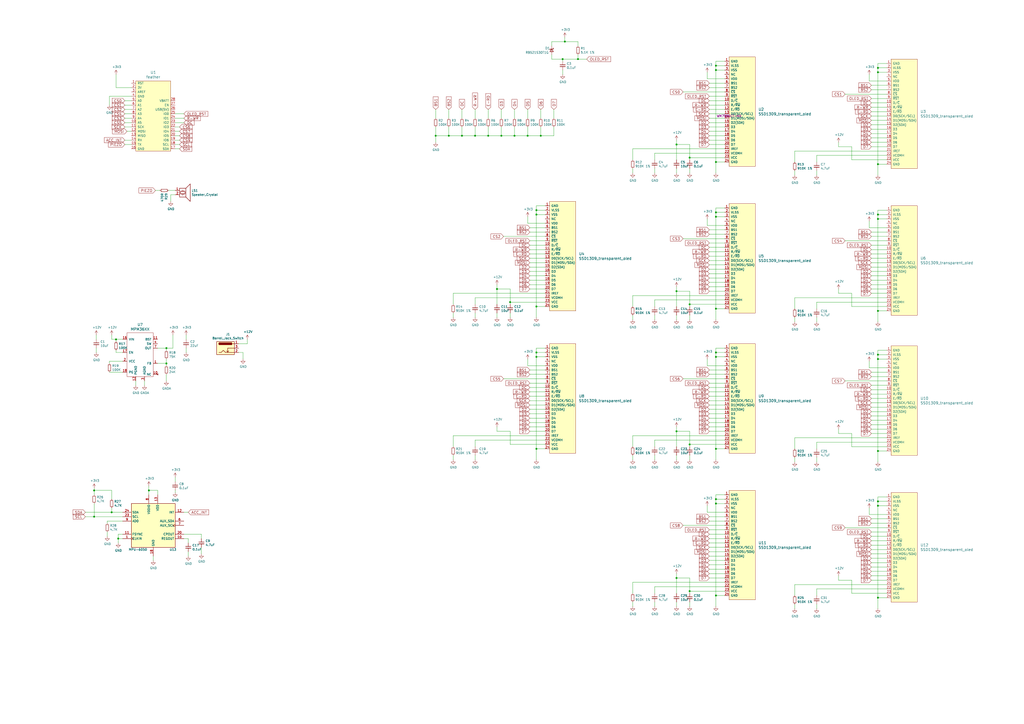
<source format=kicad_sch>
(kicad_sch (version 20230121) (generator eeschema)
  (paper "A2")
  (title_block (title "Multi_OLED") (date "2021-01-19") (rev "0.1p") (company "Idle Hands Dev. "))
  (junction (at 54.61 284.48))
  (junction (at 415.29 207.01))
  (junction (at 275.59 78.74))
  (junction (at 252.73 78.74))
  (junction (at 311.15 121.92))
  (junction (at 306.07 78.74))
  (junction (at 415.29 123.19))
  (junction (at 96.52 210.82))
  (junction (at 392.43 83.82))
  (junction (at 400.05 176.53))
  (junction (at 509.27 95.25))
  (junction (at 335.28 34.29))
  (junction (at 415.29 204.47))
  (junction (at 392.43 335.28))
  (junction (at 311.15 177.8))
  (junction (at 415.29 93.98))
  (junction (at 260.35 78.74))
  (junction (at 283.21 78.74))
  (junction (at 392.43 168.91))
  (junction (at 509.27 208.28))
  (junction (at 326.39 34.29))
  (junction (at 311.15 124.46))
  (junction (at 327.66 24.13))
  (junction (at 311.15 207.01))
  (junction (at 415.29 289.56))
  (junction (at 509.27 127))
  (junction (at 96.52 201.93))
  (junction (at 313.69 78.74))
  (junction (at 509.27 39.37))
  (junction (at 86.36 284.48))
  (junction (at 509.27 180.34))
  (junction (at 267.97 78.74))
  (junction (at 509.27 124.46))
  (junction (at 54.61 299.72))
  (junction (at 295.91 175.26))
  (junction (at 415.29 125.73))
  (junction (at 415.29 345.44))
  (junction (at 288.29 167.64))
  (junction (at 311.15 260.35))
  (junction (at 400.05 257.81))
  (junction (at 400.05 91.44))
  (junction (at 64.77 297.18))
  (junction (at 509.27 293.37))
  (junction (at 509.27 261.62))
  (junction (at 68.58 312.42))
  (junction (at 509.27 205.74))
  (junction (at 298.45 78.74))
  (junction (at 311.15 204.47))
  (junction (at 509.27 41.91))
  (junction (at 415.29 40.64))
  (junction (at 67.31 196.85))
  (junction (at 392.43 250.19))
  (junction (at 400.05 342.9))
  (junction (at 415.29 38.1))
  (junction (at 290.83 78.74))
  (junction (at 509.27 346.71))
  (junction (at 415.29 260.35))
  (junction (at 509.27 290.83))
  (junction (at 415.29 292.1))
  (junction (at 415.29 179.07))
  (wire (pts (xy 514.35 231.14) (xy 505.46 231.14)))
  (wire (pts (xy 307.34 149.86) (xy 316.23 149.86)))
  (wire (pts (xy 307.34 160.02) (xy 316.23 160.02)))
  (wire (pts (xy 505.46 328.93) (xy 514.35 328.93)))
  (wire (pts (xy 295.91 167.64) (xy 288.29 167.64)))
  (wire (pts (xy 411.48 322.58) (xy 420.37 322.58)))
  (wire (pts (xy 514.35 346.71) (xy 509.27 346.71)))
  (wire (pts (xy 461.01 172.72) (xy 461.01 179.07)))
  (wire (pts (xy 100.33 201.93) (xy 100.33 194.31)))
  (wire (pts (xy 316.23 177.8) (xy 311.15 177.8)))
  (wire (pts (xy 514.35 85.09) (xy 505.46 85.09)))
  (wire (pts (xy 494.03 92.71) (xy 514.35 92.71)))
  (wire (pts (xy 101.6 66.04) (xy 106.68 66.04)))
  (wire (pts (xy 514.35 52.07) (xy 505.46 52.07)))
  (wire (pts (xy 514.35 124.46) (xy 509.27 124.46)))
  (wire (pts (xy 311.15 177.8) (xy 311.15 184.15)))
  (wire (pts (xy 514.35 39.37) (xy 509.27 39.37)))
  (wire (pts (xy 400.05 344.17) (xy 400.05 342.9)))
  (wire (pts (xy 411.48 166.37) (xy 420.37 166.37)))
  (wire (pts (xy 420.37 168.91) (xy 411.48 168.91)))
  (wire (pts (xy 86.36 284.48) (xy 91.44 284.48)))
  (wire (pts (xy 86.36 287.02) (xy 86.36 284.48)))
  (wire (pts (xy 509.27 39.37) (xy 509.27 41.91)))
  (wire (pts (xy 411.48 222.25) (xy 420.37 222.25)))
  (wire (pts (xy 420.37 337.82) (xy 367.03 337.82)))
  (wire (pts (xy 420.37 153.67) (xy 411.48 153.67)))
  (wire (pts (xy 316.23 167.64) (xy 307.34 167.64)))
  (wire (pts (xy 473.71 265.43) (xy 473.71 267.97)))
  (wire (pts (xy 494.03 251.46) (xy 486.41 251.46)))
  (wire (pts (xy 420.37 158.75) (xy 411.48 158.75)))
  (wire (pts (xy 509.27 36.83) (xy 509.27 39.37)))
  (wire (pts (xy 411.48 66.04) (xy 420.37 66.04)))
  (wire (pts (xy 321.31 63.5) (xy 321.31 68.58)))
  (wire (pts (xy 410.21 45.72) (xy 410.21 41.91)))
  (wire (pts (xy 486.41 85.09) (xy 486.41 82.55)))
  (wire (pts (xy 400.05 91.44) (xy 400.05 83.82)))
  (wire (pts (xy 420.37 335.28) (xy 411.48 335.28)))
  (wire (pts (xy 514.35 251.46) (xy 505.46 251.46)))
  (wire (pts (xy 420.37 204.47) (xy 415.29 204.47)))
  (wire (pts (xy 143.51 199.39) (xy 143.51 196.85)))
  (wire (pts (xy 514.35 144.78) (xy 505.46 144.78)))
  (wire (pts (xy 392.43 83.82) (xy 392.43 81.28)))
  (wire (pts (xy 473.71 93.98) (xy 473.71 90.17)))
  (wire (pts (xy 54.61 299.72) (xy 54.61 292.1)))
  (wire (pts (xy 514.35 74.93) (xy 505.46 74.93)))
  (wire (pts (xy 400.05 250.19) (xy 392.43 250.19)))
  (wire (pts (xy 420.37 217.17) (xy 411.48 217.17)))
  (wire (pts (xy 420.37 234.95) (xy 411.48 234.95)))
  (wire (pts (xy 99.06 113.03) (xy 101.6 113.03)))
  (wire (pts (xy 411.48 317.5) (xy 420.37 317.5)))
  (wire (pts (xy 514.35 132.08) (xy 504.19 132.08)))
  (wire (pts (xy 72.39 71.12) (xy 76.2 71.12)))
  (wire (pts (xy 367.03 171.45) (xy 367.03 177.8)))
  (wire (pts (xy 420.37 130.81) (xy 410.21 130.81)))
  (wire (pts (xy 473.71 184.15) (xy 473.71 186.69)))
  (wire (pts (xy 514.35 241.3) (xy 505.46 241.3)))
  (wire (pts (xy 252.73 82.55) (xy 252.73 78.74)))
  (wire (pts (xy 514.35 54.61) (xy 490.22 54.61)))
  (wire (pts (xy 461.01 99.06) (xy 461.01 101.6)))
  (wire (pts (xy 415.29 38.1) (xy 415.29 40.64)))
  (wire (pts (xy 392.43 264.16) (xy 392.43 266.7)))
  (wire (pts (xy 400.05 182.88) (xy 400.05 185.42)))
  (wire (pts (xy 54.61 284.48) (xy 64.77 284.48)))
  (wire (pts (xy 298.45 78.74) (xy 306.07 78.74)))
  (wire (pts (xy 307.34 154.94) (xy 316.23 154.94)))
  (wire (pts (xy 420.37 260.35) (xy 415.29 260.35)))
  (wire (pts (xy 86.36 284.48) (xy 86.36 281.94)))
  (wire (pts (xy 400.05 92.71) (xy 400.05 91.44)))
  (wire (pts (xy 514.35 254) (xy 461.01 254)))
  (wire (pts (xy 514.35 127) (xy 509.27 127)))
  (wire (pts (xy 514.35 261.62) (xy 509.27 261.62)))
  (wire (pts (xy 420.37 123.19) (xy 415.29 123.19)))
  (wire (pts (xy 101.6 81.28) (xy 104.14 81.28)))
  (wire (pts (xy 101.6 76.2) (xy 104.14 76.2)))
  (wire (pts (xy 367.03 264.16) (xy 367.03 266.7)))
  (wire (pts (xy 494.03 92.71) (xy 494.03 85.09)))
  (wire (pts (xy 420.37 171.45) (xy 367.03 171.45)))
  (wire (pts (xy 96.52 217.17) (xy 96.52 220.98)))
  (wire (pts (xy 514.35 208.28) (xy 509.27 208.28)))
  (wire (pts (xy 411.48 76.2) (xy 420.37 76.2)))
  (wire (pts (xy 313.69 78.74) (xy 321.31 78.74)))
  (wire (pts (xy 55.88 201.93) (xy 55.88 204.47)))
  (wire (pts (xy 72.39 60.96) (xy 76.2 60.96)))
  (wire (pts (xy 400.05 97.79) (xy 400.05 100.33)))
  (wire (pts (xy 72.39 68.58) (xy 76.2 68.58)))
  (wire (pts (xy 307.34 144.78) (xy 316.23 144.78)))
  (wire (pts (xy 283.21 73.66) (xy 283.21 78.74)))
  (wire (pts (xy 379.73 264.16) (xy 379.73 266.7)))
  (wire (pts (xy 72.39 58.42) (xy 76.2 58.42)))
  (wire (pts (xy 415.29 204.47) (xy 415.29 207.01)))
  (wire (pts (xy 140.97 204.47) (xy 140.97 208.28)))
  (wire (pts (xy 275.59 259.08) (xy 275.59 255.27)))
  (wire (pts (xy 420.37 250.19) (xy 411.48 250.19)))
  (wire (pts (xy 68.58 314.96) (xy 68.58 312.42)))
  (wire (pts (xy 138.43 204.47) (xy 140.97 204.47)))
  (wire (pts (xy 316.23 142.24) (xy 307.34 142.24)))
  (wire (pts (xy 101.6 83.82) (xy 104.14 83.82)))
  (wire (pts (xy 505.46 243.84) (xy 514.35 243.84)))
  (wire (pts (xy 514.35 331.47) (xy 505.46 331.47)))
  (wire (pts (xy 509.27 95.25) (xy 509.27 101.6)))
  (wire (pts (xy 420.37 245.11) (xy 411.48 245.11)))
  (wire (pts (xy 260.35 73.66) (xy 260.35 78.74)))
  (wire (pts (xy 505.46 82.55) (xy 514.35 82.55)))
  (wire (pts (xy 473.71 345.44) (xy 473.71 341.63)))
  (wire (pts (xy 335.28 24.13) (xy 335.28 26.67)))
  (wire (pts (xy 283.21 78.74) (xy 290.83 78.74)))
  (wire (pts (xy 311.15 204.47) (xy 311.15 207.01)))
  (wire (pts (xy 486.41 336.55) (xy 486.41 334.01)))
  (wire (pts (xy 420.37 40.64) (xy 415.29 40.64)))
  (wire (pts (xy 262.89 170.18) (xy 262.89 176.53)))
  (wire (pts (xy 420.37 314.96) (xy 411.48 314.96)))
  (wire (pts (xy 295.91 257.81) (xy 295.91 250.19)))
  (wire (pts (xy 420.37 73.66) (xy 411.48 73.66)))
  (wire (pts (xy 411.48 232.41) (xy 420.37 232.41)))
  (wire (pts (xy 509.27 346.71) (xy 509.27 353.06)))
  (wire (pts (xy 514.35 205.74) (xy 509.27 205.74)))
  (wire (pts (xy 64.77 284.48) (xy 64.77 289.56)))
  (wire (pts (xy 379.73 340.36) (xy 420.37 340.36)))
  (wire (pts (xy 494.03 170.18) (xy 486.41 170.18)))
  (wire (pts (xy 486.41 251.46) (xy 486.41 248.92)))
  (wire (pts (xy 96.52 210.82) (xy 96.52 208.28)))
  (wire (pts (xy 420.37 83.82) (xy 411.48 83.82)))
  (wire (pts (xy 295.91 250.19) (xy 288.29 250.19)))
  (wire (pts (xy 420.37 93.98) (xy 415.29 93.98)))
  (wire (pts (xy 411.48 81.28) (xy 420.37 81.28)))
  (wire (pts (xy 505.46 67.31) (xy 514.35 67.31)))
  (wire (pts (xy 327.66 24.13) (xy 335.28 24.13)))
  (wire (pts (xy 275.59 176.53) (xy 275.59 172.72)))
  (wire (pts (xy 316.23 224.79) (xy 307.34 224.79)))
  (wire (pts (xy 509.27 208.28) (xy 509.27 261.62)))
  (wire (pts (xy 307.34 214.63) (xy 316.23 214.63)))
  (wire (pts (xy 313.69 63.5) (xy 313.69 68.58)))
  (wire (pts (xy 514.35 293.37) (xy 509.27 293.37)))
  (wire (pts (xy 509.27 290.83) (xy 509.27 293.37)))
  (wire (pts (xy 400.05 264.16) (xy 400.05 266.7)))
  (wire (pts (xy 316.23 204.47) (xy 311.15 204.47)))
  (wire (pts (xy 335.28 34.29) (xy 335.28 31.75)))
  (wire (pts (xy 504.19 298.45) (xy 504.19 294.64)))
  (wire (pts (xy 71.12 215.9) (xy 63.5 215.9)))
  (wire (pts (xy 283.21 63.5) (xy 283.21 68.58)))
  (wire (pts (xy 379.73 88.9) (xy 420.37 88.9)))
  (wire (pts (xy 275.59 63.5) (xy 275.59 68.58)))
  (wire (pts (xy 494.03 344.17) (xy 494.03 336.55)))
  (wire (pts (xy 306.07 129.54) (xy 306.07 125.73)))
  (wire (pts (xy 509.27 288.29) (xy 509.27 290.83)))
  (wire (pts (xy 514.35 213.36) (xy 504.19 213.36)))
  (wire (pts (xy 91.44 284.48) (xy 91.44 287.02)))
  (wire (pts (xy 400.05 335.28) (xy 392.43 335.28)))
  (wire (pts (xy 252.73 73.66) (xy 252.73 78.74)))
  (wire (pts (xy 298.45 63.5) (xy 298.45 68.58)))
  (wire (pts (xy 420.37 38.1) (xy 415.29 38.1)))
  (wire (pts (xy 392.43 259.08) (xy 392.43 250.19)))
  (wire (pts (xy 509.27 261.62) (xy 509.27 267.97)))
  (wire (pts (xy 420.37 212.09) (xy 410.21 212.09)))
  (wire (pts (xy 420.37 143.51) (xy 411.48 143.51)))
  (wire (pts (xy 91.44 201.93) (xy 96.52 201.93)))
  (wire (pts (xy 415.29 289.56) (xy 415.29 292.1)))
  (wire (pts (xy 96.52 212.09) (xy 96.52 210.82)))
  (wire (pts (xy 316.23 252.73) (xy 262.89 252.73)))
  (wire (pts (xy 514.35 246.38) (xy 505.46 246.38)))
  (wire (pts (xy 54.61 283.21) (xy 54.61 284.48)))
  (wire (pts (xy 71.12 297.18) (xy 64.77 297.18)))
  (wire (pts (xy 420.37 63.5) (xy 411.48 63.5)))
  (wire (pts (xy 473.71 341.63) (xy 514.35 341.63)))
  (wire (pts (xy 420.37 86.36) (xy 367.03 86.36)))
  (wire (pts (xy 505.46 77.47) (xy 514.35 77.47)))
  (wire (pts (xy 514.35 59.69) (xy 505.46 59.69)))
  (wire (pts (xy 505.46 308.61) (xy 514.35 308.61)))
  (wire (pts (xy 307.34 247.65) (xy 316.23 247.65)))
  (wire (pts (xy 306.07 78.74) (xy 313.69 78.74)))
  (wire (pts (xy 505.46 313.69) (xy 514.35 313.69)))
  (wire (pts (xy 420.37 78.74) (xy 411.48 78.74)))
  (wire (pts (xy 420.37 252.73) (xy 367.03 252.73)))
  (wire (pts (xy 101.6 78.74) (xy 104.14 78.74)))
  (wire (pts (xy 63.5 209.55) (xy 71.12 209.55)))
  (wire (pts (xy 514.35 36.83) (xy 509.27 36.83)))
  (wire (pts (xy 509.27 203.2) (xy 509.27 205.74)))
  (wire (pts (xy 316.23 170.18) (xy 262.89 170.18)))
  (wire (pts (xy 275.59 172.72) (xy 316.23 172.72)))
  (wire (pts (xy 410.21 212.09) (xy 410.21 208.28)))
  (wire (pts (xy 415.29 260.35) (xy 415.29 266.7)))
  (wire (pts (xy 367.03 252.73) (xy 367.03 259.08)))
  (wire (pts (xy 320.04 26.67) (xy 320.04 24.13)))
  (wire (pts (xy 392.43 92.71) (xy 392.43 83.82)))
  (wire (pts (xy 420.37 302.26) (xy 411.48 302.26)))
  (wire (pts (xy 411.48 299.72) (xy 420.37 299.72)))
  (wire (pts (xy 420.37 163.83) (xy 411.48 163.83)))
  (wire (pts (xy 415.29 125.73) (xy 415.29 179.07)))
  (wire (pts (xy 62.23 308.61) (xy 62.23 311.15)))
  (wire (pts (xy 505.46 167.64) (xy 514.35 167.64)))
  (wire (pts (xy 316.23 240.03) (xy 307.34 240.03)))
  (wire (pts (xy 275.59 264.16) (xy 275.59 266.7)))
  (wire (pts (xy 295.91 176.53) (xy 295.91 175.26)))
  (wire (pts (xy 55.88 196.85) (xy 55.88 194.31)))
  (wire (pts (xy 64.77 297.18) (xy 49.53 297.18)))
  (wire (pts (xy 72.39 66.04) (xy 76.2 66.04)))
  (wire (pts (xy 410.21 130.81) (xy 410.21 127)))
  (wire (pts (xy 494.03 259.08) (xy 494.03 251.46)))
  (wire (pts (xy 420.37 345.44) (xy 415.29 345.44)))
  (wire (pts (xy 68.58 312.42) (xy 71.12 312.42)))
  (wire (pts (xy 306.07 212.09) (xy 306.07 208.28)))
  (wire (pts (xy 63.5 210.82) (xy 63.5 209.55)))
  (wire (pts (xy 411.48 227.33) (xy 420.37 227.33)))
  (wire (pts (xy 326.39 34.29) (xy 326.39 35.56)))
  (wire (pts (xy 379.73 173.99) (xy 420.37 173.99)))
  (wire (pts (xy 307.34 222.25) (xy 316.23 222.25)))
  (wire (pts (xy 505.46 228.6) (xy 514.35 228.6)))
  (wire (pts (xy 420.37 138.43) (xy 396.24 138.43)))
  (wire (pts (xy 420.37 201.93) (xy 415.29 201.93)))
  (wire (pts (xy 67.31 204.47) (xy 67.31 203.2)))
  (wire (pts (xy 379.73 97.79) (xy 379.73 100.33)))
  (wire (pts (xy 316.23 147.32) (xy 307.34 147.32)))
  (wire (pts (xy 316.23 152.4) (xy 307.34 152.4)))
  (wire (pts (xy 72.39 73.66) (xy 76.2 73.66)))
  (wire (pts (xy 316.23 119.38) (xy 311.15 119.38)))
  (wire (pts (xy 504.19 132.08) (xy 504.19 128.27)))
  (wire (pts (xy 473.71 175.26) (xy 514.35 175.26)))
  (wire (pts (xy 420.37 224.79) (xy 411.48 224.79)))
  (wire (pts (xy 420.37 292.1) (xy 415.29 292.1)))
  (wire (pts (xy 505.46 323.85) (xy 514.35 323.85)))
  (wire (pts (xy 494.03 259.08) (xy 514.35 259.08)))
  (wire (pts (xy 514.35 311.15) (xy 505.46 311.15)))
  (wire (pts (xy 514.35 80.01) (xy 505.46 80.01)))
  (wire (pts (xy 514.35 306.07) (xy 490.22 306.07)))
  (wire (pts (xy 327.66 21.59) (xy 327.66 24.13)))
  (wire (pts (xy 415.29 35.56) (xy 415.29 38.1)))
  (wire (pts (xy 514.35 298.45) (xy 504.19 298.45)))
  (wire (pts (xy 420.37 320.04) (xy 411.48 320.04)))
  (wire (pts (xy 505.46 134.62) (xy 514.35 134.62)))
  (wire (pts (xy 505.46 162.56) (xy 514.35 162.56)))
  (wire (pts (xy 307.34 165.1) (xy 316.23 165.1)))
  (wire (pts (xy 326.39 34.29) (xy 320.04 34.29)))
  (wire (pts (xy 514.35 69.85) (xy 505.46 69.85)))
  (wire (pts (xy 400.05 177.8) (xy 400.05 176.53)))
  (wire (pts (xy 67.31 196.85) (xy 67.31 198.12)))
  (wire (pts (xy 106.68 297.18) (xy 109.22 297.18)))
  (wire (pts (xy 400.05 168.91) (xy 392.43 168.91)))
  (wire (pts (xy 514.35 121.92) (xy 509.27 121.92)))
  (wire (pts (xy 72.39 81.28) (xy 76.2 81.28)))
  (wire (pts (xy 96.52 203.2) (xy 96.52 201.93)))
  (wire (pts (xy 509.27 121.92) (xy 509.27 124.46)))
  (wire (pts (xy 306.07 73.66) (xy 306.07 78.74)))
  (wire (pts (xy 379.73 182.88) (xy 379.73 185.42)))
  (wire (pts (xy 275.59 181.61) (xy 275.59 184.15)))
  (wire (pts (xy 411.48 247.65) (xy 420.37 247.65)))
  (wire (pts (xy 473.71 179.07) (xy 473.71 175.26)))
  (wire (pts (xy 494.03 344.17) (xy 514.35 344.17)))
  (wire (pts (xy 420.37 58.42) (xy 411.48 58.42)))
  (wire (pts (xy 505.46 62.23) (xy 514.35 62.23)))
  (wire (pts (xy 509.27 127) (xy 509.27 180.34)))
  (wire (pts (xy 320.04 24.13) (xy 327.66 24.13)))
  (wire (pts (xy 288.29 250.19) (xy 288.29 247.65)))
  (wire (pts (xy 392.43 344.17) (xy 392.43 335.28)))
  (wire (pts (xy 514.35 149.86) (xy 505.46 149.86)))
  (wire (pts (xy 311.15 121.92) (xy 311.15 124.46)))
  (wire (pts (xy 316.23 129.54) (xy 306.07 129.54)))
  (wire (pts (xy 411.48 242.57) (xy 420.37 242.57)))
  (wire (pts (xy 392.43 177.8) (xy 392.43 168.91)))
  (wire (pts (xy 101.6 73.66) (xy 104.14 73.66)))
  (wire (pts (xy 420.37 120.65) (xy 415.29 120.65)))
  (wire (pts (xy 400.05 259.08) (xy 400.05 257.81)))
  (wire (pts (xy 316.23 201.93) (xy 311.15 201.93)))
  (wire (pts (xy 367.03 97.79) (xy 367.03 100.33)))
  (wire (pts (xy 316.23 260.35) (xy 311.15 260.35)))
  (wire (pts (xy 411.48 237.49) (xy 420.37 237.49)))
  (wire (pts (xy 514.35 316.23) (xy 505.46 316.23)))
  (wire (pts (xy 367.03 182.88) (xy 367.03 185.42)))
  (wire (pts (xy 335.28 34.29) (xy 326.39 34.29)))
  (wire (pts (xy 392.43 168.91) (xy 392.43 166.37)))
  (wire (pts (xy 316.23 207.01) (xy 311.15 207.01)))
  (wire (pts (xy 420.37 309.88) (xy 411.48 309.88)))
  (wire (pts (xy 505.46 72.39) (xy 514.35 72.39)))
  (wire (pts (xy 411.48 312.42) (xy 420.37 312.42)))
  (wire (pts (xy 420.37 53.34) (xy 396.24 53.34)))
  (wire (pts (xy 311.15 124.46) (xy 311.15 177.8)))
  (wire (pts (xy 109.22 312.42) (xy 109.22 314.96)))
  (wire (pts (xy 509.27 205.74) (xy 509.27 208.28)))
  (wire (pts (xy 505.46 57.15) (xy 514.35 57.15)))
  (wire (pts (xy 505.46 157.48) (xy 514.35 157.48)))
  (wire (pts (xy 76.2 55.88) (xy 63.5 55.88)))
  (wire (pts (xy 275.59 78.74) (xy 283.21 78.74)))
  (wire (pts (xy 101.6 276.86) (xy 101.6 279.4)))
  (wire (pts (xy 288.29 176.53) (xy 288.29 167.64)))
  (wire (pts (xy 473.71 350.52) (xy 473.71 353.06)))
  (wire (pts (xy 400.05 176.53) (xy 400.05 168.91)))
  (wire (pts (xy 505.46 318.77) (xy 514.35 318.77)))
  (wire (pts (xy 420.37 330.2) (xy 411.48 330.2)))
  (wire (pts (xy 514.35 236.22) (xy 505.46 236.22)))
  (wire (pts (xy 420.37 135.89) (xy 411.48 135.89)))
  (wire (pts (xy 420.37 50.8) (xy 411.48 50.8)))
  (wire (pts (xy 316.23 162.56) (xy 307.34 162.56)))
  (wire (pts (xy 505.46 215.9) (xy 514.35 215.9)))
  (wire (pts (xy 262.89 252.73) (xy 262.89 259.08)))
  (wire (pts (xy 461.01 87.63) (xy 461.01 93.98)))
  (wire (pts (xy 340.36 34.29) (xy 335.28 34.29)))
  (wire (pts (xy 420.37 207.01) (xy 415.29 207.01)))
  (wire (pts (xy 316.23 124.46) (xy 311.15 124.46)))
  (wire (pts (xy 88.9 322.58) (xy 88.9 325.12)))
  (wire (pts (xy 367.03 86.36) (xy 367.03 92.71)))
  (wire (pts (xy 400.05 257.81) (xy 420.37 257.81)))
  (wire (pts (xy 415.29 40.64) (xy 415.29 93.98)))
  (wire (pts (xy 514.35 288.29) (xy 509.27 288.29)))
  (wire (pts (xy 494.03 177.8) (xy 514.35 177.8)))
  (wire (pts (xy 420.37 219.71) (xy 396.24 219.71)))
  (wire (pts (xy 298.45 73.66) (xy 298.45 78.74)))
  (wire (pts (xy 415.29 292.1) (xy 415.29 345.44)))
  (wire (pts (xy 411.48 55.88) (xy 420.37 55.88)))
  (wire (pts (xy 420.37 287.02) (xy 415.29 287.02)))
  (wire (pts (xy 514.35 218.44) (xy 505.46 218.44)))
  (wire (pts (xy 307.34 242.57) (xy 316.23 242.57)))
  (wire (pts (xy 101.6 68.58) (xy 106.68 68.58)))
  (wire (pts (xy 514.35 326.39) (xy 505.46 326.39)))
  (wire (pts (xy 420.37 125.73) (xy 415.29 125.73)))
  (wire (pts (xy 54.61 284.48) (xy 54.61 287.02)))
  (wire (pts (xy 290.83 73.66) (xy 290.83 78.74)))
  (wire (pts (xy 505.46 233.68) (xy 514.35 233.68)))
  (wire (pts (xy 72.39 63.5) (xy 76.2 63.5)))
  (wire (pts (xy 101.6 71.12) (xy 106.68 71.12)))
  (wire (pts (xy 411.48 307.34) (xy 420.37 307.34)))
  (wire (pts (xy 514.35 41.91) (xy 509.27 41.91)))
  (wire (pts (xy 311.15 119.38) (xy 311.15 121.92)))
  (wire (pts (xy 411.48 146.05) (xy 420.37 146.05)))
  (wire (pts (xy 514.35 303.53) (xy 505.46 303.53)))
  (wire (pts (xy 307.34 132.08) (xy 316.23 132.08)))
  (wire (pts (xy 295.91 175.26) (xy 316.23 175.26)))
  (wire (pts (xy 288.29 181.61) (xy 288.29 184.15)))
  (wire (pts (xy 392.43 250.19) (xy 392.43 247.65)))
  (wire (pts (xy 311.15 201.93) (xy 311.15 204.47)))
  (wire (pts (xy 321.31 73.66) (xy 321.31 78.74)))
  (wire (pts (xy 379.73 177.8) (xy 379.73 173.99)))
  (wire (pts (xy 415.29 179.07) (xy 415.29 185.42)))
  (wire (pts (xy 400.05 83.82) (xy 392.43 83.82)))
  (wire (pts (xy 411.48 214.63) (xy 420.37 214.63)))
  (wire (pts (xy 509.27 180.34) (xy 509.27 186.69)))
  (wire (pts (xy 311.15 207.01) (xy 311.15 260.35)))
  (wire (pts (xy 379.73 349.25) (xy 379.73 351.79)))
  (wire (pts (xy 316.23 229.87) (xy 307.34 229.87)))
  (wire (pts (xy 64.77 297.18) (xy 64.77 294.64)))
  (wire (pts (xy 505.46 300.99) (xy 514.35 300.99)))
  (wire (pts (xy 306.07 63.5) (xy 306.07 68.58)))
  (wire (pts (xy 420.37 297.18) (xy 410.21 297.18)))
  (wire (pts (xy 400.05 342.9) (xy 400.05 335.28)))
  (wire (pts (xy 307.34 227.33) (xy 316.23 227.33)))
  (wire (pts (xy 288.29 167.64) (xy 288.29 165.1)))
  (wire (pts (xy 267.97 78.74) (xy 275.59 78.74)))
  (wire (pts (xy 67.31 50.8) (xy 67.31 43.18)))
  (wire (pts (xy 307.34 232.41) (xy 316.23 232.41)))
  (wire (pts (xy 99.06 116.84) (xy 99.06 113.03)))
  (wire (pts (xy 275.59 255.27) (xy 316.23 255.27)))
  (wire (pts (xy 473.71 260.35) (xy 473.71 256.54)))
  (wire (pts (xy 316.23 121.92) (xy 311.15 121.92)))
  (wire (pts (xy 486.41 170.18) (xy 486.41 167.64)))
  (wire (pts (xy 415.29 93.98) (xy 415.29 100.33)))
  (wire (pts (xy 260.35 78.74) (xy 267.97 78.74)))
  (wire (pts (xy 461.01 339.09) (xy 461.01 345.44)))
  (wire (pts (xy 411.48 60.96) (xy 420.37 60.96)))
  (wire (pts (xy 400.05 342.9) (xy 420.37 342.9)))
  (wire (pts (xy 400.05 176.53) (xy 420.37 176.53)))
  (wire (pts (xy 473.71 90.17) (xy 514.35 90.17)))
  (wire (pts (xy 505.46 223.52) (xy 514.35 223.52)))
  (wire (pts (xy 514.35 172.72) (xy 461.01 172.72)))
  (wire (pts (xy 71.12 309.88) (xy 68.58 309.88)))
  (wire (pts (xy 106.68 312.42) (xy 109.22 312.42)))
  (wire (pts (xy 420.37 35.56) (xy 415.29 35.56)))
  (wire (pts (xy 473.71 256.54) (xy 514.35 256.54)))
  (wire (pts (xy 411.48 48.26) (xy 420.37 48.26)))
  (wire (pts (xy 316.23 219.71) (xy 292.1 219.71)))
  (wire (pts (xy 410.21 297.18) (xy 410.21 293.37)))
  (wire (pts (xy 514.35 220.98) (xy 490.22 220.98)))
  (wire (pts (xy 514.35 180.34) (xy 509.27 180.34)))
  (wire (pts (xy 101.6 86.36) (xy 104.14 86.36)))
  (wire (pts (xy 494.03 85.09) (xy 486.41 85.09)))
  (wire (pts (xy 509.27 124.46) (xy 509.27 127)))
  (wire (pts (xy 514.35 137.16) (xy 505.46 137.16)))
  (wire (pts (xy 316.23 134.62) (xy 307.34 134.62)))
  (wire (pts (xy 316.23 217.17) (xy 307.34 217.17)))
  (wire (pts (xy 392.43 97.79) (xy 392.43 100.33)))
  (wire (pts (xy 415.29 207.01) (xy 415.29 260.35)))
  (wire (pts (xy 420.37 240.03) (xy 411.48 240.03)))
  (wire (pts (xy 415.29 123.19) (xy 415.29 125.73)))
  (wire (pts (xy 411.48 140.97) (xy 420.37 140.97)))
  (wire (pts (xy 411.48 151.13) (xy 420.37 151.13)))
  (wire (pts (xy 514.35 95.25) (xy 509.27 95.25)))
  (wire (pts (xy 71.12 299.72) (xy 54.61 299.72)))
  (wire (pts (xy 316.23 212.09) (xy 306.07 212.09)))
  (wire (pts (xy 290.83 63.5) (xy 290.83 68.58)))
  (wire (pts (xy 379.73 92.71) (xy 379.73 88.9)))
  (wire (pts (xy 106.68 309.88) (xy 116.84 309.88)))
  (wire (pts (xy 514.35 336.55) (xy 505.46 336.55)))
  (wire (pts (xy 505.46 238.76) (xy 514.35 238.76)))
  (wire (pts (xy 316.23 137.16) (xy 292.1 137.16)))
  (wire (pts (xy 514.35 139.7) (xy 490.22 139.7)))
  (wire (pts (xy 320.04 34.29) (xy 320.04 31.75)))
  (wire (pts (xy 514.35 321.31) (xy 505.46 321.31)))
  (wire (pts (xy 326.39 43.18) (xy 326.39 40.64)))
  (wire (pts (xy 64.77 196.85) (xy 64.77 194.31)))
  (wire (pts (xy 494.03 177.8) (xy 494.03 170.18)))
  (wire (pts (xy 420.37 148.59) (xy 411.48 148.59)))
  (wire (pts (xy 514.35 339.09) (xy 461.01 339.09)))
  (wire (pts (xy 290.83 78.74) (xy 298.45 78.74)))
  (wire (pts (xy 461.01 265.43) (xy 461.01 267.97)))
  (wire (pts (xy 71.12 204.47) (xy 67.31 204.47)))
  (wire (pts (xy 91.44 210.82) (xy 96.52 210.82)))
  (wire (pts (xy 316.23 250.19) (xy 307.34 250.19)))
  (wire (pts (xy 107.95 194.31) (xy 107.95 196.85)))
  (wire (pts (xy 379.73 344.17) (xy 379.73 340.36)))
  (wire (pts (xy 461.01 254) (xy 461.01 260.35)))
  (wire (pts (xy 514.35 165.1) (xy 505.46 165.1)))
  (wire (pts (xy 72.39 83.82) (xy 76.2 83.82)))
  (wire (pts (xy 420.37 179.07) (xy 415.29 179.07)))
  (wire (pts (xy 76.2 50.8) (xy 67.31 50.8)))
  (wire (pts (xy 514.35 64.77) (xy 505.46 64.77)))
  (wire (pts (xy 514.35 154.94) (xy 505.46 154.94)))
  (wire (pts (xy 260.35 63.5) (xy 260.35 68.58)))
  (wire (pts (xy 392.43 182.88) (xy 392.43 185.42)))
  (wire (pts (xy 400.05 91.44) (xy 420.37 91.44)))
  (wire (pts (xy 275.59 73.66) (xy 275.59 78.74)))
  (wire (pts (xy 68.58 309.88) (xy 68.58 312.42)))
  (wire (pts (xy 262.89 181.61) (xy 262.89 184.15)))
  (wire (pts (xy 379.73 259.08) (xy 379.73 255.27)))
  (wire (pts (xy 367.03 349.25) (xy 367.03 351.79)))
  (wire (pts (xy 514.35 160.02) (xy 505.46 160.02)))
  (wire (pts (xy 392.43 335.28) (xy 392.43 332.74)))
  (wire (pts (xy 461.01 350.52) (xy 461.01 353.06)))
  (wire (pts (xy 473.71 99.06) (xy 473.71 101.6)))
  (wire (pts (xy 67.31 196.85) (xy 71.12 196.85)))
  (wire (pts (xy 400.05 349.25) (xy 400.05 351.79)))
  (wire (pts (xy 101.6 284.48) (xy 101.6 285.75)))
  (wire (pts (xy 420.37 68.58) (xy 411.48 68.58)))
  (wire (pts (xy 90.17 110.49) (xy 92.71 110.49)))
  (wire (pts (xy 97.79 110.49) (xy 101.6 110.49)))
  (wire (pts (xy 494.03 336.55) (xy 486.41 336.55)))
  (wire (pts (xy 411.48 133.35) (xy 420.37 133.35)))
  (wire (pts (xy 316.23 157.48) (xy 307.34 157.48)))
  (wire (pts (xy 420.37 289.56) (xy 415.29 289.56)))
  (wire (pts (xy 415.29 345.44) (xy 415.29 351.79)))
  (wire (pts (xy 411.48 327.66) (xy 420.37 327.66)))
  (wire (pts (xy 514.35 226.06) (xy 505.46 226.06)))
  (wire (pts (xy 505.46 248.92) (xy 514.35 248.92)))
  (wire (pts (xy 116.84 309.88) (xy 116.84 312.42)))
  (wire (pts (xy 313.69 73.66) (xy 313.69 78.74)))
  (wire (pts (xy 420.37 304.8) (xy 396.24 304.8)))
  (wire (pts (xy 509.27 293.37) (xy 509.27 346.71)))
  (wire (pts (xy 252.73 63.5) (xy 252.73 68.58)))
  (wire (pts (xy 411.48 71.12) (xy 420.37 71.12)))
  (wire (pts (xy 411.48 332.74) (xy 420.37 332.74)))
  (wire (pts (xy 420.37 45.72) (xy 410.21 45.72)))
  (wire (pts (xy 316.23 245.11) (xy 307.34 245.11)))
  (wire (pts (xy 379.73 255.27) (xy 420.37 255.27)))
  (wire (pts (xy 505.46 152.4) (xy 514.35 152.4)))
  (wire (pts (xy 420.37 229.87) (xy 411.48 229.87)))
  (wire (pts (xy 267.97 63.5) (xy 267.97 68.58)))
  (wire (pts (xy 411.48 161.29) (xy 420.37 161.29)))
  (wire (pts (xy 415.29 120.65) (xy 415.29 123.19)))
  (wire (pts (xy 420.37 325.12) (xy 411.48 325.12)))
  (wire (pts (xy 415.29 287.02) (xy 415.29 289.56)))
  (wire (pts (xy 316.23 234.95) (xy 307.34 234.95)))
  (wire (pts (xy 107.95 201.93) (xy 107.95 204.47)))
  (wire (pts (xy 307.34 139.7) (xy 316.23 139.7)))
  (wire (pts (xy 514.35 290.83) (xy 509.27 290.83)))
  (wire (pts (xy 267.97 73.66) (xy 267.97 78.74)))
  (wire (pts (xy 78.74 223.52) (xy 78.74 220.98)))
  (wire (pts (xy 138.43 199.39) (xy 143.51 199.39)))
  (wire (pts (xy 62.23 303.53) (xy 62.23 302.26)))
  (wire (pts (xy 311.15 260.35) (xy 311.15 266.7)))
  (wire (pts (xy 505.46 142.24) (xy 514.35 142.24)))
  (wire (pts (xy 54.61 299.72) (xy 49.53 299.72)))
  (wire (pts (xy 109.22 320.04) (xy 109.22 322.58)))
  (wire (pts (xy 63.5 55.88) (xy 63.5 60.96)))
  (wire (pts (xy 509.27 41.91) (xy 509.27 95.25)))
  (wire (pts (xy 400.05 257.81) (xy 400.05 250.19)))
  (wire (pts (xy 116.84 317.5) (xy 116.84 321.31)))
  (wire (pts (xy 415.29 201.93) (xy 415.29 204.47)))
  (wire (pts (xy 295.91 257.81) (xy 316.23 257.81)))
  (wire (pts (xy 411.48 156.21) (xy 420.37 156.21)))
  (wire (pts (xy 514.35 46.99) (xy 504.19 46.99)))
  (wire (pts (xy 514.35 87.63) (xy 461.01 87.63)))
  (wire (pts (xy 295.91 181.61) (xy 295.91 184.15)))
  (wire (pts (xy 83.82 223.52) (xy 83.82 220.98)))
  (wire (pts (xy 73.66 76.2) (xy 76.2 76.2)))
  (wire (pts (xy 307.34 237.49) (xy 316.23 237.49)))
  (wire (pts (xy 505.46 334.01) (xy 514.35 334.01)))
  (wire (pts (xy 64.77 196.85) (xy 67.31 196.85)))
  (wire (pts (xy 505.46 147.32) (xy 514.35 147.32)))
  (wire (pts (xy 392.43 349.25) (xy 392.43 351.79)))
  (wire (pts (xy 461.01 184.15) (xy 461.01 186.69)))
  (wire (pts (xy 62.23 302.26) (xy 71.12 302.26)))
  (wire (pts (xy 96.52 201.93) (xy 100.33 201.93)))
  (wire (pts (xy 504.19 46.99) (xy 504.19 43.18)))
  (wire (pts (xy 514.35 203.2) (xy 509.27 203.2)))
  (wire (pts (xy 367.03 337.82) (xy 367.03 344.17)))
  (wire (pts (xy 514.35 170.18) (xy 505.46 170.18)))
  (wire (pts (xy 504.19 213.36) (xy 504.19 209.55)))
  (wire (pts (xy 262.89 264.16) (xy 262.89 266.7)))
  (wire (pts (xy 295.91 175.26) (xy 295.91 167.64)))
  (wire (pts (xy 505.46 49.53) (xy 514.35 49.53)))
  (wire (pts (xy 252.73 78.74) (xy 260.35 78.74)))
  (global_label "D5" (shape input) (at 411.48 163.83 180) (effects (font (size 1.524 1.524))) (property "Intersheetrefs" "${INTERSHEET_REFS}" (effects hide)))
  (global_label "MOSI" (shape input) (at 411.48 153.67 180) (effects (font (size 1.524 1.524))) (property "Intersheetrefs" "${INTERSHEET_REFS}" (effects hide)))
  (global_label "BS1" (shape input) (at 252.73 63.5 90) (effects (font (size 1.524 1.524))) (property "Intersheetrefs" "${INTERSHEET_REFS}" (effects hide)))
  (global_label "D5" (shape input) (at 505.46 331.47 180) (effects (font (size 1.524 1.524))) (property "Intersheetrefs" "${INTERSHEET_REFS}" (effects hide)))
  (global_label "D2" (shape input) (at 307.34 154.94 180) (effects (font (size 1.524 1.524))) (property "Intersheetrefs" "${INTERSHEET_REFS}" (effects hide)))
  (global_label "CS7" (shape input) (at 490.22 220.98 180) (effects (font (size 1.524 1.524))) (property "Intersheetrefs" "${INTERSHEET_REFS}" (effects hide)))
  (global_label "D2" (shape input) (at 505.46 72.39 180) (effects (font (size 1.524 1.524))) (property "Intersheetrefs" "${INTERSHEET_REFS}" (effects hide)))
  (global_label "DC" (shape input) (at 505.46 226.06 180) (effects (font (size 1.524 1.524))) (property "Intersheetrefs" "${INTERSHEET_REFS}" (effects hide)))
  (global_label "R-WR" (shape input) (at 505.46 147.32 180) (effects (font (size 1.524 1.524))) (property "Intersheetrefs" "${INTERSHEET_REFS}" (effects hide)))
  (global_label "E-RD" (shape input) (at 411.48 148.59 180) (effects (font (size 1.524 1.524))) (property "Intersheetrefs" "${INTERSHEET_REFS}" (effects hide)))
  (global_label "OLED_RST" (shape input) (at 340.36 34.29 0) (effects (font (size 1.524 1.524))) (property "Intersheetrefs" "${INTERSHEET_REFS}" (effects hide)))
  (global_label "E-RD" (shape input) (at 411.48 63.5 180) (effects (font (size 1.524 1.524))) (property "Intersheetrefs" "${INTERSHEET_REFS}" (effects hide)))
  (global_label "OLED_RST" (shape input) (at 411.48 140.97 180) (effects (font (size 1.524 1.524))) (property "Intersheetrefs" "${INTERSHEET_REFS}" (effects hide)))
  (global_label "D7" (shape input) (at 411.48 168.91 180) (effects (font (size 1.524 1.524))) (property "Intersheetrefs" "${INTERSHEET_REFS}" (effects hide)))
  (global_label "D5" (shape input) (at 307.34 245.11 180) (effects (font (size 1.524 1.524))) (property "Intersheetrefs" "${INTERSHEET_REFS}" (effects hide)))
  (global_label "D4" (shape input) (at 505.46 243.84 180) (effects (font (size 1.524 1.524))) (property "Intersheetrefs" "${INTERSHEET_REFS}" (effects hide)))
  (global_label "D6" (shape input) (at 505.46 248.92 180) (effects (font (size 1.524 1.524))) (property "Intersheetrefs" "${INTERSHEET_REFS}" (effects hide)))
  (global_label "R-WR" (shape input) (at 411.48 312.42 180) (effects (font (size 1.524 1.524))) (property "Intersheetrefs" "${INTERSHEET_REFS}" (effects hide)))
  (global_label "CS6" (shape input) (at 104.14 73.66 0) (effects (font (size 1.524 1.524))) (property "Intersheetrefs" "${INTERSHEET_REFS}" (effects hide)))
  (global_label "DC" (shape input) (at 411.48 224.79 180) (effects (font (size 1.524 1.524))) (property "Intersheetrefs" "${INTERSHEET_REFS}" (effects hide)))
  (global_label "D2" (shape input) (at 505.46 157.48 180) (effects (font (size 1.524 1.524))) (property "Intersheetrefs" "${INTERSHEET_REFS}" (effects hide)))
  (global_label "OLED_RST" (shape input) (at 505.46 223.52 180) (effects (font (size 1.524 1.524))) (property "Intersheetrefs" "${INTERSHEET_REFS}" (effects hide)))
  (global_label "SCK" (shape input) (at 505.46 233.68 180) (effects (font (size 1.524 1.524))) (property "Intersheetrefs" "${INTERSHEET_REFS}" (effects hide)))
  (global_label "MOSI" (shape input) (at 505.46 321.31 180) (effects (font (size 1.524 1.524))) (property "Intersheetrefs" "${INTERSHEET_REFS}" (effects hide)))
  (global_label "CS8" (shape input) (at 396.24 304.8 180) (effects (font (size 1.524 1.524))) (property "Intersheetrefs" "${INTERSHEET_REFS}" (effects hide)))
  (global_label "D5" (shape input) (at 306.07 63.5 90) (effects (font (size 1.524 1.524))) (property "Intersheetrefs" "${INTERSHEET_REFS}" (effects hide)))
  (global_label "BS2" (shape input) (at 411.48 217.17 180) (effects (font (size 1.524 1.524))) (property "Intersheetrefs" "${INTERSHEET_REFS}" (effects hide)))
  (global_label "SCK" (shape input) (at 505.46 152.4 180) (effects (font (size 1.524 1.524))) (property "Intersheetrefs" "${INTERSHEET_REFS}" (effects hide)))
  (global_label "BS1" (shape input) (at 411.48 133.35 180) (effects (font (size 1.524 1.524))) (property "Intersheetrefs" "${INTERSHEET_REFS}" (effects hide)))
  (global_label "D7" (shape input) (at 505.46 170.18 180) (effects (font (size 1.524 1.524))) (property "Intersheetrefs" "${INTERSHEET_REFS}" (effects hide)))
  (global_label "PIEZO" (shape input) (at 90.17 110.49 180) (effects (font (size 1.524 1.524))) (property "Intersheetrefs" "${INTERSHEET_REFS}" (effects hide)))
  (global_label "D3" (shape input) (at 505.46 74.93 180) (effects (font (size 1.524 1.524))) (property "Intersheetrefs" "${INTERSHEET_REFS}" (effects hide)))
  (global_label "BS2" (shape input) (at 307.34 134.62 180) (effects (font (size 1.524 1.524))) (property "Intersheetrefs" "${INTERSHEET_REFS}" (effects hide)))
  (global_label "CS2" (shape input) (at 72.39 63.5 180) (effects (font (size 1.524 1.524))) (property "Intersheetrefs" "${INTERSHEET_REFS}" (effects hide)))
  (global_label "SCK" (shape input) (at 505.46 318.77 180) (effects (font (size 1.524 1.524))) (property "Intersheetrefs" "${INTERSHEET_REFS}" (effects hide)))
  (global_label "D7" (shape input) (at 307.34 250.19 180) (effects (font (size 1.524 1.524))) (property "Intersheetrefs" "${INTERSHEET_REFS}" (effects hide)))
  (global_label "DC" (shape input) (at 411.48 58.42 180) (effects (font (size 1.524 1.524))) (property "Intersheetrefs" "${INTERSHEET_REFS}" (effects hide)))
  (global_label "MOSI" (shape input) (at 307.34 152.4 180) (effects (font (size 1.524 1.524))) (property "Intersheetrefs" "${INTERSHEET_REFS}" (effects hide)))
  (global_label "DC" (shape input) (at 267.97 63.5 90) (effects (font (size 1.524 1.524))) (property "Intersheetrefs" "${INTERSHEET_REFS}" (effects hide)))
  (global_label "BS2" (shape input) (at 411.48 50.8 180) (effects (font (size 1.524 1.524))) (property "Intersheetrefs" "${INTERSHEET_REFS}" (effects hide)))
  (global_label "R-WR" (shape input) (at 106.68 68.58 0) (effects (font (size 1.524 1.524))) (property "Intersheetrefs" "${INTERSHEET_REFS}" (effects hide)))
  (global_label "CS0" (shape input) (at 72.39 58.42 180) (effects (font (size 1.524 1.524))) (property "Intersheetrefs" "${INTERSHEET_REFS}" (effects hide)))
  (global_label "CS5" (shape input) (at 292.1 219.71 180) (effects (font (size 1.524 1.524))) (property "Intersheetrefs" "${INTERSHEET_REFS}" (effects hide)))
  (global_label "D7" (shape input) (at 411.48 83.82 180) (effects (font (size 1.524 1.524))) (property "Intersheetrefs" "${INTERSHEET_REFS}" (effects hide)))
  (global_label "R-WR" (shape input) (at 411.48 60.96 180) (effects (font (size 1.524 1.524))) (property "Intersheetrefs" "${INTERSHEET_REFS}" (effects hide)))
  (global_label "SCL" (shape input) (at 104.14 83.82 0) (effects (font (size 1.524 1.524))) (property "Intersheetrefs" "${INTERSHEET_REFS}" (effects hide)))
  (global_label "MOSI" (shape input) (at 411.48 234.95 180) (effects (font (size 1.524 1.524))) (property "Intersheetrefs" "${INTERSHEET_REFS}" (effects hide)))
  (global_label "BS1" (shape input) (at 505.46 49.53 180) (effects (font (size 1.524 1.524))) (property "Intersheetrefs" "${INTERSHEET_REFS}" (effects hide)))
  (global_label "D3" (shape input) (at 307.34 240.03 180) (effects (font (size 1.524 1.524))) (property "Intersheetrefs" "${INTERSHEET_REFS}" (effects hide)))
  (global_label "CS7" (shape input) (at 104.14 76.2 0) (effects (font (size 1.524 1.524))) (property "Intersheetrefs" "${INTERSHEET_REFS}" (effects hide)))
  (global_label "D6" (shape input) (at 505.46 334.01 180) (effects (font (size 1.524 1.524))) (property "Intersheetrefs" "${INTERSHEET_REFS}" (effects hide)))
  (global_label "D2" (shape input) (at 411.48 156.21 180) (effects (font (size 1.524 1.524))) (property "Intersheetrefs" "${INTERSHEET_REFS}" (effects hide)))
  (global_label "D7" (shape input) (at 321.31 63.5 90) (effects (font (size 1.524 1.524))) (property "Intersheetrefs" "${INTERSHEET_REFS}" (effects hide)))
  (global_label "SCL" (shape input) (at 49.53 299.72 180) (effects (font (size 1.524 1.524))) (property "Intersheetrefs" "${INTERSHEET_REFS}" (effects hide)))
  (global_label "MOSI" (shape input) (at 73.66 76.2 180) (effects (font (size 1.524 1.524))) (property "Intersheetrefs" "${INTERSHEET_REFS}" (effects hide)))
  (global_label "DC" (shape input) (at 505.46 311.15 180) (effects (font (size 1.524 1.524))) (property "Intersheetrefs" "${INTERSHEET_REFS}" (effects hide)))
  (global_label "CS9" (shape input) (at 490.22 306.07 180) (effects (font (size 1.524 1.524))) (property "Intersheetrefs" "${INTERSHEET_REFS}" (effects hide)))
  (global_label "D3" (shape input) (at 505.46 160.02 180) (effects (font (size 1.524 1.524))) (property "Intersheetrefs" "${INTERSHEET_REFS}" (effects hide)))
  (global_label "R-WR" (shape input) (at 307.34 144.78 180) (effects (font (size 1.524 1.524))) (property "Intersheetrefs" "${INTERSHEET_REFS}" (effects hide)))
  (global_label "D4" (shape input) (at 411.48 161.29 180) (effects (font (size 1.524 1.524))) (property "Intersheetrefs" "${INTERSHEET_REFS}" (effects hide)))
  (global_label "CS3" (shape input) (at 72.39 68.58 180) (effects (font (size 1.524 1.524))) (property "Intersheetrefs" "${INTERSHEET_REFS}" (effects hide)))
  (global_label "SCK" (shape input) (at 307.34 232.41 180) (effects (font (size 1.524 1.524))) (property "Intersheetrefs" "${INTERSHEET_REFS}" (effects hide)))
  (global_label "SCK" (shape input) (at 411.48 66.04 180) (effects (font (size 1.524 1.524))) (property "Intersheetrefs" "${INTERSHEET_REFS}" (effects hide)))
  (global_label "D3" (shape input) (at 411.48 73.66 180) (effects (font (size 1.524 1.524))) (property "Intersheetrefs" "${INTERSHEET_REFS}" (effects hide)))
  (global_label "D5" (shape input) (at 505.46 246.38 180) (effects (font (size 1.524 1.524))) (property "Intersheetrefs" "${INTERSHEET_REFS}" (effects hide)))
  (global_label "BS1" (shape input) (at 505.46 134.62 180) (effects (font (size 1.524 1.524))) (property "Intersheetrefs" "${INTERSHEET_REFS}" (effects hide)))
  (global_label "D2" (shape input) (at 307.34 237.49 180) (effects (font (size 1.524 1.524))) (property "Intersheetrefs" "${INTERSHEET_REFS}" (effects hide)))
  (global_label "D2" (shape input) (at 411.48 237.49 180) (effects (font (size 1.524 1.524))) (property "Intersheetrefs" "${INTERSHEET_REFS}" (effects hide)))
  (global_label "DC" (shape input) (at 307.34 142.24 180) (effects (font (size 1.524 1.524))) (property "Intersheetrefs" "${INTERSHEET_REFS}" (effects hide)))
  (global_label "E-RD" (shape input) (at 505.46 231.14 180) (effects (font (size 1.524 1.524))) (property "Intersheetrefs" "${INTERSHEET_REFS}" (effects hide)))
  (global_label "DC" (shape input) (at 307.34 224.79 180) (effects (font (size 1.524 1.524))) (property "Intersheetrefs" "${INTERSHEET_REFS}" (effects hide)))
  (global_label "BS2" (shape input) (at 505.46 137.16 180) (effects (font (size 1.524 1.524))) (property "Intersheetrefs" "${INTERSHEET_REFS}" (effects hide)))
  (global_label "D4" (shape input) (at 307.34 242.57 180) (effects (font (size 1.524 1.524))) (property "Intersheetrefs" "${INTERSHEET_REFS}" (effects hide)))
  (global_label "DC" (shape input) (at 505.46 59.69 180) (effects (font (size 1.524 1.524))) (property "Intersheetrefs" "${INTERSHEET_REFS}" (effects hide)))
  (global_label "R-WR" (shape input) (at 505.46 62.23 180) (effects (font (size 1.524 1.524))) (property "Intersheetrefs" "${INTERSHEET_REFS}" (effects hide)))
  (global_label "D4" (shape input) (at 505.46 328.93 180) (effects (font (size 1.524 1.524))) (property "Intersheetrefs" "${INTERSHEET_REFS}" (effects hide)))
  (global_label "BS1" (shape input) (at 411.48 48.26 180) (effects (font (size 1.524 1.524))) (property "Intersheetrefs" "${INTERSHEET_REFS}" (effects hide)))
  (global_label "SCK" (shape input) (at 72.39 73.66 180) (effects (font (size 1.524 1.524))) (property "Intersheetrefs" "${INTERSHEET_REFS}" (effects hide)))
  (global_label "R-WR" (shape input) (at 411.48 146.05 180) (effects (font (size 1.524 1.524))) (property "Intersheetrefs" "${INTERSHEET_REFS}" (effects hide)))
  (global_label "R-WR" (shape input) (at 505.46 228.6 180) (effects (font (size 1.524 1.524))) (property "Intersheetrefs" "${INTERSHEET_REFS}" (effects hide)))
  (global_label "D6" (shape input) (at 411.48 81.28 180) (effects (font (size 1.524 1.524))) (property "Intersheetrefs" "${INTERSHEET_REFS}" (effects hide)))
  (global_label "D4" (shape input) (at 307.34 160.02 180) (effects (font (size 1.524 1.524))) (property "Intersheetrefs" "${INTERSHEET_REFS}" (effects hide)))
  (global_label "R-WR" (shape input) (at 275.59 63.5 90) (effects (font (size 1.524 1.524))) (property "Intersheetrefs" "${INTERSHEET_REFS}" (effects hide)))
  (global_label "ACC_INT" (shape input) (at 72.39 81.28 180) (effects (font (size 1.524 1.524))) (property "Intersheetrefs" "${INTERSHEET_REFS}" (effects hide)))
  (global_label "OLED_RST" (shape input) (at 411.48 55.88 180) (effects (font (size 1.524 1.524))) (property "Intersheetrefs" "${INTERSHEET_REFS}" (effects hide)))
  (global_label "D3" (shape input) (at 411.48 240.03 180) (effects (font (size 1.524 1.524))) (property "Intersheetrefs" "${INTERSHEET_REFS}" (effects hide)))
  (global_label "OLED_RST" (shape input) (at 505.46 308.61 180) (effects (font (size 1.524 1.524))) (property "Intersheetrefs" "${INTERSHEET_REFS}" (effects hide)))
  (global_label "D7" (shape input) (at 307.34 167.64 180) (effects (font (size 1.524 1.524))) (property "Intersheetrefs" "${INTERSHEET_REFS}" (effects hide)))
  (global_label "D7" (shape input) (at 505.46 251.46 180) (effects (font (size 1.524 1.524))) (property "Intersheetrefs" "${INTERSHEET_REFS}" (effects hide)))
  (global_label "BS2" (shape input) (at 505.46 303.53 180) (effects (font (size 1.524 1.524))) (property "Intersheetrefs" "${INTERSHEET_REFS}" (effects hide)))
  (global_label "D2" (shape input) (at 411.48 71.12 180) (effects (font (size 1.524 1.524))) (property "Intersheetrefs" "${INTERSHEET_REFS}" (effects hide)))
  (global_label "D4" (shape input) (at 411.48 76.2 180) (effects (font (size 1.524 1.524))) (property "Intersheetrefs" "${INTERSHEET_REFS}" (effects hide)))
  (global_label "D5" (shape input) (at 505.46 80.01 180) (effects (font (size 1.524 1.524))) (property "Intersheetrefs" "${INTERSHEET_REFS}" (effects hide)))
  (global_label "D7" (shape input) (at 411.48 250.19 180) (effects (font (size 1.524 1.524))) (property "Intersheetrefs" "${INTERSHEET_REFS}" (effects hide)))
  (global_label "MOSI" (shape input) (at 307.34 234.95 180) (effects (font (size 1.524 1.524))) (property "Intersheetrefs" "${INTERSHEET_REFS}" (effects hide)))
  (global_label "E-RD" (shape input) (at 307.34 147.32 180) (effects (font (size 1.524 1.524))) (property "Intersheetrefs" "${INTERSHEET_REFS}" (effects hide)))
  (global_label "DC" (shape input) (at 106.68 71.12 0) (effects (font (size 1.524 1.524))) (property "Intersheetrefs" "${INTERSHEET_REFS}" (effects hide)))
  (global_label "BS2" (shape input) (at 411.48 302.26 180) (effects (font (size 1.524 1.524))) (property "Intersheetrefs" "${INTERSHEET_REFS}" (effects hide)))
  (global_label "MOSI" (shape input) (at 411.48 320.04 180) (effects (font (size 1.524 1.524))) (property "Intersheetrefs" "${INTERSHEET_REFS}" (effects hide)))
  (global_label "CS8" (shape input) (at 104.14 78.74 0) (effects (font (size 1.524 1.524))) (property "Intersheetrefs" "${INTERSHEET_REFS}" (effects hide)))
  (global_label "CS2" (shape input) (at 292.1 137.16 180) (effects (font (size 1.524 1.524))) (property "Intersheetrefs" "${INTERSHEET_REFS}" (effects hide)))
  (global_label "PIEZO" (shape input) (at 72.39 83.82 180) (effects (font (size 1.524 1.524))) (property "Intersheetrefs" "${INTERSHEET_REFS}" (effects hide)))
  (global_label "OLED_RST" (shape input) (at 307.34 222.25 180) (effects (font (size 1.524 1.524))) (property "Intersheetrefs" "${INTERSHEET_REFS}" (effects hide)))
  (global_label "D6" (shape input) (at 313.69 63.5 90) (effects (font (size 1.524 1.524))) (property "Intersheetrefs" "${INTERSHEET_REFS}" (effects hide)))
  (global_label "BS2" (shape input) (at 505.46 218.44 180) (effects (font (size 1.524 1.524))) (property "Intersheetrefs" "${INTERSHEET_REFS}" (effects hide)))
  (global_label "D7" (shape input) (at 411.48 335.28 180) (effects (font (size 1.524 1.524))) (property "Intersheetrefs" "${INTERSHEET_REFS}" (effects hide)))
  (global_label "BS2" (shape input) (at 307.34 217.17 180) (effects (font (size 1.524 1.524))) (property "Intersheetrefs" "${INTERSHEET_REFS}" (effects hide)))
  (global_label "BS2" (shape input) (at 411.48 135.89 180) (effects (font (size 1.524 1.524))) (property "Intersheetrefs" "${INTERSHEET_REFS}" (effects hide)))
  (global_label "BS2" (shape input) (at 505.46 52.07 180) (effects (font (size 1.524 1.524))) (property "Intersheetrefs" "${INTERSHEET_REFS}" (effects hide)))
  (global_label "MOSI" (shape input) (at 411.48 68.58 180) (effects (font (size 1.524 1.524))) (property "Intersheetrefs" "${INTERSHEET_REFS}" (effects hide)))
  (global_label "BS1" (shape input) (at 411.48 214.63 180) (effects (font (size 1.524 1.524))) (property "Intersheetrefs" "${INTERSHEET_REFS}" (effects hide)))
  (global_label "D7" (shape input) (at 505.46 85.09 180) (effects (font (size 1.524 1.524))) (property "Intersheetrefs" "${INTERSHEET_REFS}" (effects hide)))
  (global_label "D4" (shape input) (at 411.48 327.66 180) (effects (font (size 1.524 1.524))) (property "Intersheetrefs" "${INTERSHEET_REFS}" (effects hide)))
  (global_label "E-RD" (shape input) (at 505.46 316.23 180) (effects (font (size 1.524 1.524))) (property "Intersheetrefs" "${INTERSHEET_REFS}" (effects hide)))
  (global_label "E-RD" (shape input) (at 411.48 314.96 180) (effects (font (size 1.524 1.524))) (property "Intersheetrefs" "${INTERSHEET_REFS}" (effects hide)))
  (global_label "SDA" (shape input) (at 49.53 297.18 180) (effects (font (size 1.524 1.524))) (property "Intersheetrefs" "${INTERSHEET_REFS}" (effects hide)))
  (global_label "OLED_RST" (shape input) (at 505.46 142.24 180) (effects (font (size 1.524 1.524))) (property "Intersheetrefs" "${INTERSHEET_REFS}" (effects hide)))
  (global_label "BS1" (shape input) (at 505.46 215.9 180) (effects (font (size 1.524 1.524))) (property "Intersheetrefs" "${INTERSHEET_REFS}" (effects hide)))
  (global_label "BS1" (shape input) (at 505.46 300.99 180) (effects (font (size 1.524 1.524))) (property "Intersheetrefs" "${INTERSHEET_REFS}" (effects hide)))
  (global_label "D5" (shape input) (at 307.34 162.56 180) (effects (font (size 1.524 1.524))) (property "Intersheetrefs" "${INTERSHEET_REFS}" (effects hide)))
  (global_label "D3" (shape input) (at 307.34 157.48 180) (effects (font (size 1.524 1.524))) (property "Intersheetrefs" "${INTERSHEET_REFS}" (effects hide)))
  (global_label "CS1" (shape input) (at 72.39 60.96 180) (effects (font (size 1.524 1.524))) (property "Intersheetrefs" "${INTERSHEET_REFS}" (effects hide)))
  (global_label "D2" (shape input) (at 505.46 323.85 180) (effects (font (size 1.524 1.524))) (property "Intersheetrefs" "${INTERSHEET_REFS}" (effects hide)))
  (global_label "D6" (shape input) (at 411.48 166.37 180) (effects (font (size 1.524 1.524))) (property "Intersheetrefs" "${INTERSHEET_REFS}" (effects hide)))
  (global_label "D2" (shape input) (at 411.48 322.58 180) (effects (font (size 1.524 1.524))) (property "Intersheetrefs" "${INTERSHEET_REFS}" (effects hide)))
  (global_label "D4" (shape input) (at 505.46 162.56 180) (effects (font (size 1.524 1.524))) (property "Intersheetrefs" "${INTERSHEET_REFS}" (effects hide)))
  (global_label "D7" (shape input) (at 505.46 336.55 180) (effects (font (size 1.524 1.524))) (property "Intersheetrefs" "${INTERSHEET_REFS}" (effects hide)))
  (global_label "D3" (shape input) (at 505.46 326.39 180) (effects (font (size 1.524 1.524))) (property "Intersheetrefs" "${INTERSHEET_REFS}" (effects hide)))
  (global_label "D3" (shape input) (at 411.48 158.75 180) (effects (font (size 1.524 1.524))) (property "Intersheetrefs" "${INTERSHEET_REFS}" (effects hide)))
  (global_label "CS3" (shape input) (at 396.24 138.43 180) (effects (font (size 1.524 1.524))) (property "Intersheetrefs" "${INTERSHEET_REFS}" (effects hide)))
  (global_label "D6" (shape input) (at 411.48 247.65 180) (effects (font (size 1.524 1.524))) (property "Intersheetrefs" "${INTERSHEET_REFS}" (effects hide)))
  (global_label "D6" (shape input) (at 307.34 247.65 180) (effects (font (size 1.524 1.524))) (property "Intersheetrefs" "${INTERSHEET_REFS}" (effects hide)))
  (global_label "D6" (shape input) (at 411.48 332.74 180) (effects (font (size 1.524 1.524))) (property "Intersheetrefs" "${INTERSHEET_REFS}" (effects hide)))
  (global_label "DC" (shape input) (at 411.48 143.51 180) (effects (font (size 1.524 1.524))) (property "Intersheetrefs" "${INTERSHEET_REFS}" (effects hide)))
  (global_label "D3" (shape input) (at 411.48 325.12 180) (effects (font (size 1.524 1.524))) (property "Intersheetrefs" "${INTERSHEET_REFS}" (effects hide)))
  (global_label "D4" (shape input) (at 298.45 63.5 90) (effects (font (size 1.524 1.524))) (property "Intersheetrefs" "${INTERSHEET_REFS}" (effects hide)))
  (global_label "SCK" (shape input) (at 411.48 232.41 180) (effects (font (size 1.524 1.524))) (property "Intersheetrefs" "${INTERSHEET_REFS}" (effects hide)))
  (global_label "SCK" (shape input) (at 411.48 317.5 180) (effects (font (size 1.524 1.524))) (property "Intersheetrefs" "${INTERSHEET_REFS}" (effects hide)))
  (global_label "OLED_RST" (shape input) (at 411.48 222.25 180) (effects (font (size 1.524 1.524))) (property "Intersheetrefs" "${INTERSHEET_REFS}" (effects hide)))
  (global_label "OLED_RST" (shape input) (at 411.48 307.34 180) (effects (font (size 1.524 1.524))) (property "Intersheetrefs" "${INTERSHEET_REFS}" (effects hide)))
  (global_label "DC" (shape input) (at 411.48 309.88 180) (effects (font (size 1.524 1.524))) (property "Intersheetrefs" "${INTERSHEET_REFS}" (effects hide)))
  (global_label "CS6" (shape input) (at 396.24 219.71 180) (effects (font (size 1.524 1.524))) (property "Intersheetrefs" "${INTERSHEET_REFS}" (effects hide)))
  (global_label "SCK" (shape input) (at 411.48 151.13 180) (effects (font (size 1.524 1.524))) (property "Intersheetrefs" "${INTERSHEET_REFS}" (effects hide)))
  (global_label "CS4" (shape input) (at 490.22 139.7 180) (effects (font (size 1.524 1.524))) (property "Intersheetrefs" "${INTERSHEET_REFS}" (effects hide)))
  (global_label "D3" (shape input) (at 290.83 63.5 90) (effects (font (size 1.524 1.524))) (property "Intersheetrefs" "${INTERSHEET_REFS}" (effects hide)))
  (global_label "R-WR" (shape input) (at 307.34 227.33 180) (effects (font (size 1.524 1.524))) (property "Intersheetrefs" "${INTERSHEET_REFS}" (effects hide)))
  (global_label "D6" (shape input) (at 505.46 167.64 180) (effects (font (size 1.524 1.524))) (property "Intersheetrefs" "${INTERSHEET_REFS}" (effects hide)))
  (global_label "OLED_RST" (shape input) (at 106.68 66.04 0) (effects (font (size 1.524 1.524))) (property "Intersheetrefs" "${INTERSHEET_REFS}" (effects hide)))
  (global_label "CS0" (shape input) (at 396.24 53.34 180) (effects (font (size 1.524 1.524))) (property "Intersheetrefs" "${INTERSHEET_REFS}" (effects hide)))
  (global_label "D5" (shape input) (at 411.48 330.2 180) (effects (font (size 1.524 1.524))) (property "Intersheetrefs" "${INTERSHEET_REFS}" (effects hide)))
  (global_label "E-RD" (shape input) (at 411.48 229.87 180) (effects (font (size 1.524 1.524))) (property "Intersheetrefs" "${INTERSHEET_REFS}" (effects hide)))
  (global_label "CS9" (shape input) (at 104.14 81.28 0) (effects (font (size 1.524 1.524))) (property "Intersheetrefs" "${INTERSHEET_REFS}" (effects hide)))
  (global_label "D6" (shape input) (at 505.46 82.55 180) (effects (font (size 1.524 1.524))) (property "Intersheetrefs" "${INTERSHEET_REFS}" (effects hide)))
  (global_label "E-RD" (shape input) (at 505.46 64.77 180) (effects (font (size 1.524 1.524))) (property "Intersheetrefs" "${INTERSHEET_REFS}" (effects hide)))
  (global_label "MOSI" (shape input) (at 505.46 236.22 180) (effects (font (size 1.524 1.524))) (property "Intersheetrefs" "${INTERSHEET_REFS}" (effects hide)))
  (global_label "SCK" (shape input) (at 505.46 67.31 180) (effects (font (size 1.524 1.524))) (property "Intersheetrefs" "${INTERSHEET_REFS}" (effects hide)))
  (global_label "ACC_INT" (shape input) (at 109.22 297.18 0) (effects (font (size 1.524 1.524))) (property "Intersheetrefs" "${INTERSHEET_REFS}" (effects hide)))
  (global_label "D4" (shape input) (at 411.48 242.57 180) (effects (font (size 1.524 1.524))) (property "Intersheetrefs" "${INTERSHEET_REFS}" (effects hide)))
  (global_label "E-RD" (shape input) (at 505.46 149.86 180) (effects (font (size 1.524 1.524))) (property "Intersheetrefs" "${INTERSHEET_REFS}" (effects hide)))
  (global_label "R-WR" (shape input) (at 411.48 227.33 180) (effects (font (size 1.524 1.524))) (property "Intersheetrefs" "${INTERSHEET_REFS}" (effects hide)))
  (global_label "D5" (shape input) (at 411.48 78.74 180) (effects (font (size 1.524 1.524))) (property "Intersheetrefs" "${INTERSHEET_REFS}" (effects hide)))
  (global_label "D4" (shape input) (at 505.46 77.47 180) (effects (font (size 1.524 1.524))) (property "Intersheetrefs" "${INTERSHEET_REFS}" (effects hide)))
  (global_label "R-WR" (shape input) (at 505.46 313.69 180) (effects (font (size 1.524 1.524))) (property "Intersheetrefs" "${INTERSHEET_REFS}" (effects hide)))
  (global_label "OLED_RST" (shape input) (at 307.34 139.7 180) (effects (font (size 1.524 1.524))) (property "Intersheetrefs" "${INTERSHEET_REFS}" (effects hide)))
  (global_label "D2" (shape input) (at 505.46 238.76 180) (effects (font (size 1.524 1.524))) (property "Intersheetrefs" "${INTERSHEET_REFS}" (effects hide)))
  (global_label "CS4" (shape input) (at 72.39 66.04 180) (effects (font (size 1.524 1.524))) (property "Intersheetrefs" "${INTERSHEET_REFS}" (effects hide)))
  (global_label "BS1" (shape input) (at 411.48 299.72 180) (effects (font (size 1.524 1.524))) (property "Intersheetrefs" "${INTERSHEET_REFS}" (effects hide)))
  (global_label "CS1" (shape input) (at 490.22 54.61 180) (effects (font (size 1.524 1.524))) (property "Intersheetrefs" "${INTERSHEET_REFS}" (effects hide)))
  (global_label "D5" (shape input) (at 411.48 245.11 180) (effects (font (size 1.524 1.524))) (property "Intersheetrefs" "${INTERSHEET_REFS}" (effects hide)))
  (global_label "CS5" (shape input) (at 72.39 71.12 180) (effects (font (size 1.524 1.524))) (property "Intersheetrefs" "${INTERSHEET_REFS}" (effects hide)))
  (global_label "MOSI" (shape input) (at 505.46 69.85 180) (effects (font (size 1.524 1.524))) (property "Intersheetrefs" "${INTERSHEET_REFS}" (effects hide)))
  (global_label "MOSI" (shape input) (at 505.46 154.94 180) (effects (font (size 1.524 1.524))) (property "Intersheetrefs" "${INTERSHEET_REFS}" (effects hide)))
  (global_label "D5" (shape input) (at 505.46 165.1 180) (effects (font (size 1.524 1.524))) (property "Intersheetrefs" "${INTERSHEET_REFS}" (effects hide)))
  (global_label "OLED_RST" (shape input) (at 505.46 57.15 180) (effects (font (size 1.524 1.524))) (property "Intersheetrefs" "${INTERSHEET_REFS}" (effects hide)))
  (global_label "E-RD" (shape input) (at 307.34 229.87 180) (effects (font (size 1.524 1.524))) (property "Intersheetrefs" "${INTERSHEET_REFS}" (effects hide)))
  (global_label "E-RD" (shape input) (at 283.21 63.5 90) (effects (font (size 1.524 1.524))) (property "Intersheetrefs" "${INTERSHEET_REFS}" (effects hide)))
  (global_label "BS1" (shape input) (at 307.34 214.63 180) (effects (font (size 1.524 1.524))) (property "Intersheetrefs" "${INTERSHEET_REFS}" (effects hide)))
  (global_label "D6" (shape input) (at 307.34 165.1 180) (effects (font (size 1.524 1.524))) (property "Intersheetrefs" "${INTERSHEET_REFS}" (effects hide)))
  (global_label "DC" (shape input) (at 505.46 144.78 180) (effects (font (size 1.524 1.524))) (property "Intersheetrefs" "${INTERSHEET_REFS}" (effects hide)))
  (global_label "SCK" (shape input) (at 307.34 149.86 180) (effects (font (size 1.524 1.524))) (property "Intersheetrefs" "${INTERSHEET_REFS}" (effects hide)))
  (global_label "SDA" (shape input) (at 104.14 86.36 0) (effects (font (size 1.524 1.524))) (property "Intersheetrefs" "${INTERSHEET_REFS}" (effects hide)))
  (global_label "BS1" (shape input) (at 307.34 132.08 180) (effects (font (size 1.524 1.524))) (property "Intersheetrefs" "${INTERSHEET_REFS}" (effects hide)))
  (global_label "BS2" (shape input) (at 260.35 63.5 90) (effects (font (size 1.524 1.524))) (property "Intersheetrefs" "${INTERSHEET_REFS}" (effects hide)))
  (global_label "D3" (shape input) (at 505.46 241.3 180) (effects (font (size 1.524 1.524))) (property "Intersheetrefs" "${INTERSHEET_REFS}" (effects hide)))
  (symbol (lib_id "project_lib:SSD1309_transparent_oled") (at 422.91 67.31 0) (unit 1)
    (property "Reference" "U2" (at 439.8772 63.4238 0) (effects (font (size 1.524 1.524)) (justify left)))
    (property "Value" "SSD1309_transparent_oled" (at 439.8772 66.1162 0) (effects (font (size 1.524 1.524)) (justify left)))
    (property "Footprint" "project_footprints:FCI_62674-241121ALF" (effects hide))
    (property "Digikey Part No." "WM7986CT-ND" (at 422.91 67.31 0))
  )
  (symbol (lib_id "AP2112k:GND") (at 415.29 100.33 0) (unit 1)
    (property "Reference" "#PWR0101" (effects hide))
    (property "Value" "GND" (at 415.417 104.7242 0))
  )
  (symbol (lib_id "AP2112k:+3V3") (at 410.21 41.91 0) (unit 1)
    (property "Reference" "#PWR0102" (effects hide))
    (property "Value" "+3V3" (at 410.591 37.5158 0))
  )
  (symbol (lib_id "Device:R_Small") (at 335.28 29.21 0) (unit 1)
    (property "Reference" "R1" (at 336.7786 28.0416 0) (effects (justify left)))
    (property "Value" "5.1K 1%" (at 336.7786 30.353 0) (effects (justify left)))
    (property "Footprint" "Resistor_SMD:R_0805_2012Metric" (effects hide))
    (property "Digikey Part No." "311-5.10KCRCT-ND" (effects hide))
  )
  (symbol (lib_id "Device:C_Small") (at 326.39 38.1 0) (unit 1)
    (property "Reference" "C3" (at 328.7268 36.9316 0) (effects (justify left)))
    (property "Value" "0.1uF" (at 328.7268 39.243 0) (effects (justify left)))
    (property "Footprint" "Capacitor_SMD:C_0805_2012Metric" (effects hide))
    (property "Digikey Part No." "311-4348-1-ND" (effects hide))
  )
  (symbol (lib_id "Device:D_Schottky_Small") (at 320.04 29.21 270) (unit 1)
    (property "Reference" "D1" (at 316.23 27.94 90) (effects (justify left)))
    (property "Value" "RB521S30T1G" (at 304.8 30.48 90) (effects (justify left)))
    (property "Footprint" "Diode_SMD:D_SOD-523" (effects hide))
    (property "Digikey Part No." "NSVRB521S30T1GOSCT-ND" (effects hide))
  )
  (symbol (lib_id "AP2112k:+3V3") (at 327.66 21.59 0) (unit 1)
    (property "Reference" "#PWR0103" (effects hide))
    (property "Value" "+3V3" (at 328.041 17.1958 0))
  )
  (symbol (lib_id "AP2112k:GND") (at 326.39 43.18 0) (unit 1)
    (property "Reference" "#PWR0104" (effects hide))
    (property "Value" "GND" (at 326.517 47.5742 0))
  )
  (symbol (lib_id "Device:R_Small") (at 367.03 95.25 0) (unit 1)
    (property "Reference" "R12" (at 368.5286 94.0816 0) (effects (justify left)))
    (property "Value" "910K 1%" (at 368.5286 96.393 0) (effects (justify left)))
    (property "Footprint" "Resistor_SMD:R_0805_2012Metric" (effects hide))
    (property "Digikey Part No." "YAG3336CT-ND" (effects hide))
  )
  (symbol (lib_id "Device:C_Small") (at 379.73 95.25 0) (unit 1)
    (property "Reference" "C4" (at 382.0668 94.0816 0) (effects (justify left)))
    (property "Value" "4.7uF" (at 382.0668 96.393 0) (effects (justify left)))
    (property "Footprint" "Capacitor_SMD:C_0805_2012Metric" (effects hide))
    (property "Digikey Part No." "311-3509-2-ND" (effects hide))
  )
  (symbol (lib_id "Device:C_Small") (at 392.43 95.25 0) (unit 1)
    (property "Reference" "C5" (at 394.7668 94.0816 0) (effects (justify left)))
    (property "Value" "10uF" (at 394.7668 96.393 0) (effects (justify left)))
    (property "Footprint" "Capacitor_SMD:C_0805_2012Metric" (effects hide))
    (property "Digikey Part No." "311-1869-1-ND" (effects hide))
  )
  (symbol (lib_id "Device:C_Small") (at 400.05 95.25 0) (unit 1)
    (property "Reference" "C6" (at 402.3868 94.0816 0) (effects (justify left)))
    (property "Value" "0.1uF" (at 402.3868 96.393 0) (effects (justify left)))
    (property "Footprint" "Capacitor_SMD:C_0805_2012Metric" (effects hide))
    (property "Digikey Part No." "311-4348-1-ND" (effects hide))
  )
  (symbol (lib_id "AP2112k:GND") (at 400.05 100.33 0) (unit 1)
    (property "Reference" "#PWR0105" (effects hide))
    (property "Value" "GND" (at 400.177 104.7242 0))
  )
  (symbol (lib_id "AP2112k:GND") (at 392.43 100.33 0) (unit 1)
    (property "Reference" "#PWR0106" (effects hide))
    (property "Value" "GND" (at 392.557 104.7242 0))
  )
  (symbol (lib_id "AP2112k:GND") (at 379.73 100.33 0) (unit 1)
    (property "Reference" "#PWR0107" (effects hide))
    (property "Value" "GND" (at 379.857 104.7242 0))
  )
  (symbol (lib_id "AP2112k:GND") (at 367.03 100.33 0) (unit 1)
    (property "Reference" "#PWR0108" (effects hide))
    (property "Value" "GND" (at 367.157 104.7242 0))
  )
  (symbol (lib_id "power:+12V") (at 392.43 81.28 0) (unit 1)
    (property "Reference" "#PWR0109" (effects hide))
    (property "Value" "+12V" (at 392.811 76.8858 0))
  )
  (symbol (lib_id "project_lib:MPM36XX") (at 81.28 205.74 0) (unit 1)
    (property "Reference" "U7" (at 81.28 188.2902 0) (effects (font (size 1.524 1.524))))
    (property "Value" "MPM36XX" (at 81.28 190.9826 0) (effects (font (size 1.524 1.524))))
    (property "Footprint" "project_footprints:MPM3606AGQV-Z" (effects hide))
    (property "Datasheet" "https://www.monolithicpower.com/en/documentview/productdocument/index/version/2/document_type/Datasheet/lang/en/sku/MPM3606AGQV/document_id/2104" (effects hide))
    (property "Digikey Part No." "1589-1247-1-ND" (effects hide))
  )
  (symbol (lib_id "power:+12V") (at 64.77 194.31 0) (unit 1)
    (property "Reference" "#PWR0110" (effects hide))
    (property "Value" "+12V" (at 65.151 189.9158 0))
  )
  (symbol (lib_id "AP2112k:R_Small") (at 67.31 200.66 0) (unit 1)
    (property "Reference" "R17" (at 68.8086 199.4916 0) (effects (justify left)))
    (property "Value" "100K" (at 68.8086 201.803 0) (effects (justify left)))
    (property "Footprint" "Resistor_SMD:R_0805_2012Metric" (effects hide))
    (property "Digikey Part No." "RMCF0805FG100KCT-ND" (effects hide))
  )
  (symbol (lib_id "AP2112k:R_Small") (at 63.5 213.36 0) (unit 1)
    (property "Reference" "R19" (at 64.9986 212.1916 0) (effects (justify left)))
    (property "Value" "100K" (at 64.9986 214.503 0) (effects (justify left)))
    (property "Footprint" "Resistor_SMD:R_0805_2012Metric" (effects hide))
    (property "Digikey Part No." "RMCF0805FG100KCT-ND" (effects hide))
  )
  (symbol (lib_id "power:+3V3") (at 100.33 194.31 0) (unit 1)
    (property "Reference" "#PWR0111" (effects hide))
    (property "Value" "+3V3" (at 100.711 189.9158 0))
  )
  (symbol (lib_id "power:GND") (at 78.74 223.52 0) (unit 1)
    (property "Reference" "#PWR0112" (effects hide))
    (property "Value" "GND" (at 78.867 227.9142 0))
  )
  (symbol (lib_id "power:GNDA") (at 83.82 223.52 0) (unit 1)
    (property "Reference" "#PWR0113" (effects hide))
    (property "Value" "GNDA" (at 83.947 227.9142 0))
  )
  (symbol (lib_id "AP2112k:R_Small") (at 96.52 205.74 0) (unit 1)
    (property "Reference" "R18" (at 98.0186 204.5716 0) (effects (justify left)))
    (property "Value" "75K" (at 98.0186 206.883 0) (effects (justify left)))
    (property "Footprint" "Resistor_SMD:R_0805_2012Metric" (effects hide))
    (property "Digikey Part No." "13-RT0805FRE0775KLCT-ND" (effects hide))
  )
  (symbol (lib_id "AP2112k:R_Small") (at 96.52 214.63 0) (unit 1)
    (property "Reference" "R20" (at 98.0186 213.4616 0) (effects (justify left)))
    (property "Value" "24K" (at 98.0186 215.773 0) (effects (justify left)))
    (property "Footprint" "Resistor_SMD:R_0805_2012Metric" (effects hide))
    (property "Digikey Part No." "13-AC0805FR-0724KLCT-ND" (effects hide))
  )
  (symbol (lib_id "power:GNDA") (at 96.52 220.98 0) (unit 1)
    (property "Reference" "#PWR0114" (effects hide))
    (property "Value" "GNDA" (at 96.647 225.3742 0))
  )
  (symbol (lib_id "Device:C_Small") (at 107.95 199.39 0) (unit 1)
    (property "Reference" "C2" (at 110.2868 198.2216 0) (effects (justify left)))
    (property "Value" "22uF" (at 110.2868 200.533 0) (effects (justify left)))
    (property "Footprint" "Capacitor_SMD:C_0805_2012Metric" (effects hide))
    (property "Digikey Part No." "311-1464-1-ND" (effects hide))
  )
  (symbol (lib_id "Device:C_Small") (at 55.88 199.39 0) (unit 1)
    (property "Reference" "C1" (at 58.2168 198.2216 0) (effects (justify left)))
    (property "Value" "10uF" (at 58.2168 200.533 0) (effects (justify left)))
    (property "Footprint" "Capacitor_SMD:C_0805_2012Metric" (effects hide))
    (property "Digikey Part No." "311-1869-1-ND" (effects hide))
  )
  (symbol (lib_id "power:+12V") (at 55.88 194.31 0) (unit 1)
    (property "Reference" "#PWR0115" (effects hide))
    (property "Value" "+12V" (at 56.261 189.9158 0))
  )
  (symbol (lib_id "power:GND") (at 55.88 204.47 0) (unit 1)
    (property "Reference" "#PWR0116" (effects hide))
    (property "Value" "GND" (at 56.007 208.8642 0))
  )
  (symbol (lib_id "power:+3V3") (at 107.95 194.31 0) (unit 1)
    (property "Reference" "#PWR0117" (effects hide))
    (property "Value" "+3V3" (at 108.331 189.9158 0))
  )
  (symbol (lib_id "power:GND") (at 107.95 204.47 0) (unit 1)
    (property "Reference" "#PWR0118" (effects hide))
    (property "Value" "GND" (at 108.077 208.8642 0))
  )
  (symbol (lib_id "project_lib:feather") (at 88.9 67.31 0) (unit 1)
    (property "Reference" "U1" (at 88.9 41.9862 0) (effects (font (size 1.524 1.524))))
    (property "Value" "feather" (at 88.9 44.6786 0) (effects (font (size 1.524 1.524))))
    (property "Footprint" "Adafruit_FeatherWing:PCB_FeatherWing" (effects hide))
    (property "Digikey Part No." "1528-2648-ND" (effects hide))
  )
  (symbol (lib_id "Device:R_Small") (at 283.21 71.12 0) (unit 1)
    (property "Reference" "R6" (at 284.7086 69.9516 0) (effects (justify left)))
    (property "Value" "100K" (at 284.7086 72.263 0) (effects (justify left)))
    (property "Footprint" "Resistor_SMD:R_0805_2012Metric" (effects hide))
    (property "Digikey Part No." "RMCF0805FG100KCT-ND" (effects hide))
  )
  (symbol (lib_id "Device:R_Small") (at 252.73 71.12 0) (unit 1)
    (property "Reference" "R2" (at 254.2286 69.9516 0) (effects (justify left)))
    (property "Value" "100K" (at 254.2286 72.263 0) (effects (justify left)))
    (property "Footprint" "Resistor_SMD:R_0805_2012Metric" (effects hide))
    (property "Digikey Part No." "RMCF0805FG100KCT-ND" (effects hide))
  )
  (symbol (lib_id "Device:R_Small") (at 260.35 71.12 0) (unit 1)
    (property "Reference" "R3" (at 261.8486 69.9516 0) (effects (justify left)))
    (property "Value" "100K" (at 261.8486 72.263 0) (effects (justify left)))
    (property "Footprint" "Resistor_SMD:R_0805_2012Metric" (effects hide))
    (property "Digikey Part No." "RMCF0805FG100KCT-ND" (effects hide))
  )
  (symbol (lib_id "Device:R_Small") (at 267.97 71.12 0) (unit 1)
    (property "Reference" "R4" (at 269.4686 69.9516 0) (effects (justify left)))
    (property "Value" "100K" (at 269.4686 72.263 0) (effects (justify left)))
    (property "Footprint" "Resistor_SMD:R_0805_2012Metric" (effects hide))
    (property "Digikey Part No." "RMCF0805FG100KCT-ND" (effects hide))
  )
  (symbol (lib_id "Device:R_Small") (at 275.59 71.12 0) (unit 1)
    (property "Reference" "R5" (at 277.0886 69.9516 0) (effects (justify left)))
    (property "Value" "100K" (at 277.0886 72.263 0) (effects (justify left)))
    (property "Footprint" "Resistor_SMD:R_0805_2012Metric" (effects hide))
    (property "Digikey Part No." "RMCF0805FG100KCT-ND" (effects hide))
  )
  (symbol (lib_id "Device:R_Small") (at 290.83 71.12 0) (unit 1)
    (property "Reference" "R7" (at 292.3286 69.9516 0) (effects (justify left)))
    (property "Value" "100K" (at 292.3286 72.263 0) (effects (justify left)))
    (property "Footprint" "Resistor_SMD:R_0805_2012Metric" (effects hide))
    (property "Digikey Part No." "RMCF0805FG100KCT-ND" (effects hide))
  )
  (symbol (lib_id "Device:R_Small") (at 298.45 71.12 0) (unit 1)
    (property "Reference" "R8" (at 299.9486 69.9516 0) (effects (justify left)))
    (property "Value" "100K" (at 299.9486 72.263 0) (effects (justify left)))
    (property "Footprint" "Resistor_SMD:R_0805_2012Metric" (effects hide))
    (property "Digikey Part No." "RMCF0805FG100KCT-ND" (effects hide))
  )
  (symbol (lib_id "Device:R_Small") (at 306.07 71.12 0) (unit 1)
    (property "Reference" "R9" (at 307.5686 69.9516 0) (effects (justify left)))
    (property "Value" "100K" (at 307.5686 72.263 0) (effects (justify left)))
    (property "Footprint" "Resistor_SMD:R_0805_2012Metric" (effects hide))
    (property "Digikey Part No." "RMCF0805FG100KCT-ND" (effects hide))
  )
  (symbol (lib_id "Device:R_Small") (at 313.69 71.12 0) (unit 1)
    (property "Reference" "R10" (at 315.1886 69.9516 0) (effects (justify left)))
    (property "Value" "100K" (at 315.1886 72.263 0) (effects (justify left)))
    (property "Footprint" "Resistor_SMD:R_0805_2012Metric" (effects hide))
    (property "Digikey Part No." "RMCF0805FG100KCT-ND" (effects hide))
  )
  (symbol (lib_id "Device:R_Small") (at 321.31 71.12 0) (unit 1)
    (property "Reference" "R11" (at 322.8086 69.9516 0) (effects (justify left)))
    (property "Value" "100K" (at 322.8086 72.263 0) (effects (justify left)))
    (property "Footprint" "Resistor_SMD:R_0805_2012Metric" (effects hide))
    (property "Digikey Part No." "RMCF0805FG100KCT-ND" (effects hide))
  )
  (symbol (lib_id "AP2112k:GND") (at 252.73 82.55 0) (unit 1)
    (property "Reference" "#PWR0119" (effects hide))
    (property "Value" "GND" (at 252.857 86.9442 0))
  )
  (symbol (lib_id "project_lib:SSD1309_transparent_oled") (at 516.89 68.58 0) (unit 1)
    (property "Reference" "U3" (at 533.8572 64.6938 0) (effects (font (size 1.524 1.524)) (justify left)))
    (property "Value" "SSD1309_transparent_oled" (at 533.8572 67.3862 0) (effects (font (size 1.524 1.524)) (justify left)))
    (property "Footprint" "project_footprints:FCI_62674-241121ALF" (effects hide))
    (property "Digikey Part No." "WM7986CT-ND" (effects hide))
  )
  (symbol (lib_id "AP2112k:GND") (at 509.27 101.6 0) (unit 1)
    (property "Reference" "#PWR0120" (effects hide))
    (property "Value" "GND" (at 509.397 105.9942 0))
  )
  (symbol (lib_id "AP2112k:+3V3") (at 504.19 43.18 0) (unit 1)
    (property "Reference" "#PWR0121" (effects hide))
    (property "Value" "+3V3" (at 504.571 38.7858 0))
  )
  (symbol (lib_id "Device:R_Small") (at 461.01 96.52 0) (unit 1)
    (property "Reference" "R13" (at 462.5086 95.3516 0) (effects (justify left)))
    (property "Value" "910K 1%" (at 462.5086 97.663 0) (effects (justify left)))
    (property "Footprint" "Resistor_SMD:R_0805_2012Metric" (effects hide))
    (property "Digikey Part No." "YAG3336CT-ND" (effects hide))
  )
  (symbol (lib_id "Device:C_Small") (at 473.71 96.52 0) (unit 1)
    (property "Reference" "C7" (at 476.0468 95.3516 0) (effects (justify left)))
    (property "Value" "4.7uF" (at 476.0468 97.663 0) (effects (justify left)))
    (property "Footprint" "Capacitor_SMD:C_0805_2012Metric" (effects hide))
    (property "Digikey Part No." "311-3509-2-ND" (effects hide))
  )
  (symbol (lib_id "AP2112k:GND") (at 473.71 101.6 0) (unit 1)
    (property "Reference" "#PWR0124" (effects hide))
    (property "Value" "GND" (at 473.837 105.9942 0))
  )
  (symbol (lib_id "AP2112k:GND") (at 461.01 101.6 0) (unit 1)
    (property "Reference" "#PWR0125" (effects hide))
    (property "Value" "GND" (at 461.137 105.9942 0))
  )
  (symbol (lib_id "power:+12V") (at 486.41 82.55 0) (unit 1)
    (property "Reference" "#PWR0126" (effects hide))
    (property "Value" "+12V" (at 486.791 78.1558 0))
  )
  (symbol (lib_id "project_lib:SSD1309_transparent_oled") (at 422.91 152.4 0) (unit 1)
    (property "Reference" "U5" (at 439.8772 148.5138 0) (effects (font (size 1.524 1.524)) (justify left)))
    (property "Value" "SSD1309_transparent_oled" (at 439.8772 151.2062 0) (effects (font (size 1.524 1.524)) (justify left)))
    (property "Footprint" "project_footprints:FCI_62674-241121ALF" (effects hide))
    (property "Digikey Part No." "WM7986CT-ND" (effects hide))
  )
  (symbol (lib_id "AP2112k:GND") (at 415.29 185.42 0) (unit 1)
    (property "Reference" "#PWR0127" (effects hide))
    (property "Value" "GND" (at 415.417 189.8142 0))
  )
  (symbol (lib_id "AP2112k:+3V3") (at 410.21 127 0) (unit 1)
    (property "Reference" "#PWR0128" (effects hide))
    (property "Value" "+3V3" (at 410.591 122.6058 0))
  )
  (symbol (lib_id "Device:R_Small") (at 367.03 180.34 0) (unit 1)
    (property "Reference" "R15" (at 368.5286 179.1716 0) (effects (justify left)))
    (property "Value" "910K 1%" (at 368.5286 181.483 0) (effects (justify left)))
    (property "Footprint" "Resistor_SMD:R_0805_2012Metric" (effects hide))
    (property "Digikey Part No." "YAG3336CT-ND" (effects hide))
  )
  (symbol (lib_id "Device:C_Small") (at 379.73 180.34 0) (unit 1)
    (property "Reference" "C13" (at 382.0668 179.1716 0) (effects (justify left)))
    (property "Value" "4.7uF" (at 382.0668 181.483 0) (effects (justify left)))
    (property "Footprint" "Capacitor_SMD:C_0805_2012Metric" (effects hide))
    (property "Digikey Part No." "311-3509-2-ND" (effects hide))
  )
  (symbol (lib_id "Device:C_Small") (at 392.43 180.34 0) (unit 1)
    (property "Reference" "C14" (at 394.7668 179.1716 0) (effects (justify left)))
    (property "Value" "10uF" (at 394.7668 181.483 0) (effects (justify left)))
    (property "Footprint" "Capacitor_SMD:C_0805_2012Metric" (effects hide))
    (property "Digikey Part No." "311-1869-1-ND" (effects hide))
  )
  (symbol (lib_id "Device:C_Small") (at 400.05 180.34 0) (unit 1)
    (property "Reference" "C15" (at 402.3868 179.1716 0) (effects (justify left)))
    (property "Value" "0.1uF" (at 402.3868 181.483 0) (effects (justify left)))
    (property "Footprint" "Capacitor_SMD:C_0805_2012Metric" (effects hide))
    (property "Digikey Part No." "311-4348-1-ND" (effects hide))
  )
  (symbol (lib_id "AP2112k:GND") (at 400.05 185.42 0) (unit 1)
    (property "Reference" "#PWR0129" (effects hide))
    (property "Value" "GND" (at 400.177 189.8142 0))
  )
  (symbol (lib_id "AP2112k:GND") (at 392.43 185.42 0) (unit 1)
    (property "Reference" "#PWR0130" (effects hide))
    (property "Value" "GND" (at 392.557 189.8142 0))
  )
  (symbol (lib_id "AP2112k:GND") (at 379.73 185.42 0) (unit 1)
    (property "Reference" "#PWR0131" (effects hide))
    (property "Value" "GND" (at 379.857 189.8142 0))
  )
  (symbol (lib_id "AP2112k:GND") (at 367.03 185.42 0) (unit 1)
    (property "Reference" "#PWR0132" (effects hide))
    (property "Value" "GND" (at 367.157 189.8142 0))
  )
  (symbol (lib_id "power:+12V") (at 392.43 166.37 0) (unit 1)
    (property "Reference" "#PWR0133" (effects hide))
    (property "Value" "+12V" (at 392.811 161.9758 0))
  )
  (symbol (lib_id "project_lib:SSD1309_transparent_oled") (at 516.89 153.67 0) (unit 1)
    (property "Reference" "U6" (at 533.8572 149.7838 0) (effects (font (size 1.524 1.524)) (justify left)))
    (property "Value" "SSD1309_transparent_oled" (at 533.8572 152.4762 0) (effects (font (size 1.524 1.524)) (justify left)))
    (property "Footprint" "project_footprints:FCI_62674-241121ALF" (effects hide))
    (property "Digikey Part No." "WM7986CT-ND" (effects hide))
  )
  (symbol (lib_id "AP2112k:GND") (at 509.27 186.69 0) (unit 1)
    (property "Reference" "#PWR0134" (effects hide))
    (property "Value" "GND" (at 509.397 191.0842 0))
  )
  (symbol (lib_id "AP2112k:+3V3") (at 504.19 128.27 0) (unit 1)
    (property "Reference" "#PWR0135" (effects hide))
    (property "Value" "+3V3" (at 504.571 123.8758 0))
  )
  (symbol (lib_id "Device:R_Small") (at 461.01 181.61 0) (unit 1)
    (property "Reference" "R16" (at 462.5086 180.4416 0) (effects (justify left)))
    (property "Value" "910K 1%" (at 462.5086 182.753 0) (effects (justify left)))
    (property "Footprint" "Resistor_SMD:R_0805_2012Metric" (effects hide))
    (property "Digikey Part No." "YAG3336CT-ND" (effects hide))
  )
  (symbol (lib_id "Device:C_Small") (at 473.71 181.61 0) (unit 1)
    (property "Reference" "C16" (at 476.0468 180.4416 0) (effects (justify left)))
    (property "Value" "4.7uF" (at 476.0468 182.753 0) (effects (justify left)))
    (property "Footprint" "Capacitor_SMD:C_0805_2012Metric" (effects hide))
    (property "Digikey Part No." "311-3509-2-ND" (effects hide))
  )
  (symbol (lib_id "AP2112k:GND") (at 473.71 186.69 0) (unit 1)
    (property "Reference" "#PWR0138" (effects hide))
    (property "Value" "GND" (at 473.837 191.0842 0))
  )
  (symbol (lib_id "AP2112k:GND") (at 461.01 186.69 0) (unit 1)
    (property "Reference" "#PWR0139" (effects hide))
    (property "Value" "GND" (at 461.137 191.0842 0))
  )
  (symbol (lib_id "power:+12V") (at 486.41 167.64 0) (unit 1)
    (property "Reference" "#PWR0140" (effects hide))
    (property "Value" "+12V" (at 486.791 163.2458 0))
  )
  (symbol (lib_id "project_lib:SSD1309_transparent_oled") (at 422.91 233.68 0) (unit 1)
    (property "Reference" "U9" (at 439.8772 229.7938 0) (effects (font (size 1.524 1.524)) (justify left)))
    (property "Value" "SSD1309_transparent_oled" (at 439.8772 232.4862 0) (effects (font (size 1.524 1.524)) (justify left)))
    (property "Footprint" "project_footprints:FCI_62674-241121ALF" (effects hide))
    (property "Digikey Part No." "WM7986CT-ND" (effects hide))
  )
  (symbol (lib_id "AP2112k:GND") (at 415.29 266.7 0) (unit 1)
    (property "Reference" "#PWR0141" (effects hide))
    (property "Value" "GND" (at 415.417 271.0942 0))
  )
  (symbol (lib_id "AP2112k:+3V3") (at 410.21 208.28 0) (unit 1)
    (property "Reference" "#PWR0142" (effects hide))
    (property "Value" "+3V3" (at 410.591 203.8858 0))
  )
  (symbol (lib_id "Device:R_Small") (at 367.03 261.62 0) (unit 1)
    (property "Reference" "R22" (at 368.5286 260.4516 0) (effects (justify left)))
    (property "Value" "910K 1%" (at 368.5286 262.763 0) (effects (justify left)))
    (property "Footprint" "Resistor_SMD:R_0805_2012Metric" (effects hide))
    (property "Digikey Part No." "YAG3336CT-ND" (effects hide))
  )
  (symbol (lib_id "Device:C_Small") (at 379.73 261.62 0) (unit 1)
    (property "Reference" "C22" (at 382.0668 260.4516 0) (effects (justify left)))
    (property "Value" "4.7uF" (at 382.0668 262.763 0) (effects (justify left)))
    (property "Footprint" "Capacitor_SMD:C_0805_2012Metric" (effects hide))
    (property "Digikey Part No." "311-3509-2-ND" (effects hide))
  )
  (symbol (lib_id "Device:C_Small") (at 392.43 261.62 0) (unit 1)
    (property "Reference" "C23" (at 394.7668 260.4516 0) (effects (justify left)))
    (property "Value" "10uF" (at 394.7668 262.763 0) (effects (justify left)))
    (property "Footprint" "Capacitor_SMD:C_0805_2012Metric" (effects hide))
    (property "Digikey Part No." "311-1869-1-ND" (effects hide))
  )
  (symbol (lib_id "Device:C_Small") (at 400.05 261.62 0) (unit 1)
    (property "Reference" "C24" (at 402.3868 260.4516 0) (effects (justify left)))
    (property "Value" "0.1uF" (at 402.3868 262.763 0) (effects (justify left)))
    (property "Footprint" "Capacitor_SMD:C_0805_2012Metric" (effects hide))
    (property "Digikey Part No." "311-4348-1-ND" (effects hide))
  )
  (symbol (lib_id "AP2112k:GND") (at 400.05 266.7 0) (unit 1)
    (property "Reference" "#PWR0143" (effects hide))
    (property "Value" "GND" (at 400.177 271.0942 0))
  )
  (symbol (lib_id "AP2112k:GND") (at 392.43 266.7 0) (unit 1)
    (property "Reference" "#PWR0144" (effects hide))
    (property "Value" "GND" (at 392.557 271.0942 0))
  )
  (symbol (lib_id "AP2112k:GND") (at 379.73 266.7 0) (unit 1)
    (property "Reference" "#PWR0145" (effects hide))
    (property "Value" "GND" (at 379.857 271.0942 0))
  )
  (symbol (lib_id "AP2112k:GND") (at 367.03 266.7 0) (unit 1)
    (property "Reference" "#PWR0146" (effects hide))
    (property "Value" "GND" (at 367.157 271.0942 0))
  )
  (symbol (lib_id "power:+12V") (at 392.43 247.65 0) (unit 1)
    (property "Reference" "#PWR0147" (effects hide))
    (property "Value" "+12V" (at 392.811 243.2558 0))
  )
  (symbol (lib_id "project_lib:SSD1309_transparent_oled") (at 516.89 234.95 0) (unit 1)
    (property "Reference" "U10" (at 533.8572 231.0638 0) (effects (font (size 1.524 1.524)) (justify left)))
    (property "Value" "SSD1309_transparent_oled" (at 533.8572 233.7562 0) (effects (font (size 1.524 1.524)) (justify left)))
    (property "Footprint" "project_footprints:FCI_62674-241121ALF" (effects hide))
    (property "Digikey Part No." "WM7986CT-ND" (effects hide))
  )
  (symbol (lib_id "AP2112k:GND") (at 509.27 267.97 0) (unit 1)
    (property "Reference" "#PWR0148" (effects hide))
    (property "Value" "GND" (at 509.397 272.3642 0))
  )
  (symbol (lib_id "AP2112k:+3V3") (at 504.19 209.55 0) (unit 1)
    (property "Reference" "#PWR0149" (effects hide))
    (property "Value" "+3V3" (at 504.571 205.1558 0))
  )
  (symbol (lib_id "Device:R_Small") (at 461.01 262.89 0) (unit 1)
    (property "Reference" "R23" (at 462.5086 261.7216 0) (effects (justify left)))
    (property "Value" "910K 1%" (at 462.5086 264.033 0) (effects (justify left)))
    (property "Footprint" "Resistor_SMD:R_0805_2012Metric" (effects hide))
    (property "Digikey Part No." "YAG3336CT-ND" (effects hide))
  )
  (symbol (lib_id "Device:C_Small") (at 473.71 262.89 0) (unit 1)
    (property "Reference" "C25" (at 476.0468 261.7216 0) (effects (justify left)))
    (property "Value" "4.7uF" (at 476.0468 264.033 0) (effects (justify left)))
    (property "Footprint" "Capacitor_SMD:C_0805_2012Metric" (effects hide))
    (property "Digikey Part No." "311-3509-2-ND" (effects hide))
  )
  (symbol (lib_id "AP2112k:GND") (at 473.71 267.97 0) (unit 1)
    (property "Reference" "#PWR0152" (effects hide))
    (property "Value" "GND" (at 473.837 272.3642 0))
  )
  (symbol (lib_id "AP2112k:GND") (at 461.01 267.97 0) (unit 1)
    (property "Reference" "#PWR0153" (effects hide))
    (property "Value" "GND" (at 461.137 272.3642 0))
  )
  (symbol (lib_id "power:+12V") (at 486.41 248.92 0) (unit 1)
    (property "Reference" "#PWR0154" (effects hide))
    (property "Value" "+12V" (at 486.791 244.5258 0))
  )
  (symbol (lib_id "project_lib:SSD1309_transparent_oled") (at 422.91 318.77 0) (unit 1)
    (property "Reference" "U11" (at 439.8772 314.8838 0) (effects (font (size 1.524 1.524)) (justify left)))
    (property "Value" "SSD1309_transparent_oled" (at 439.8772 317.5762 0) (effects (font (size 1.524 1.524)) (justify left)))
    (property "Footprint" "project_footprints:FCI_62674-241121ALF" (effects hide))
    (property "Digikey Part No." "WM7986CT-ND" (effects hide))
  )
  (symbol (lib_id "AP2112k:GND") (at 415.29 351.79 0) (unit 1)
    (property "Reference" "#PWR0155" (effects hide))
    (property "Value" "GND" (at 415.417 356.1842 0))
  )
  (symbol (lib_id "AP2112k:+3V3") (at 410.21 293.37 0) (unit 1)
    (property "Reference" "#PWR0156" (effects hide))
    (property "Value" "+3V3" (at 410.591 288.9758 0))
  )
  (symbol (lib_id "Device:R_Small") (at 367.03 346.71 0) (unit 1)
    (property "Reference" "R24" (at 368.5286 345.5416 0) (effects (justify left)))
    (property "Value" "910K 1%" (at 368.5286 347.853 0) (effects (justify left)))
    (property "Footprint" "Resistor_SMD:R_0805_2012Metric" (effects hide))
    (property "Digikey Part No." "YAG3336CT-ND" (effects hide))
  )
  (symbol (lib_id "Device:C_Small") (at 379.73 346.71 0) (unit 1)
    (property "Reference" "C28" (at 382.0668 345.5416 0) (effects (justify left)))
    (property "Value" "4.7uF" (at 382.0668 347.853 0) (effects (justify left)))
    (property "Footprint" "Capacitor_SMD:C_0805_2012Metric" (effects hide))
    (property "Digikey Part No." "311-3509-2-ND" (effects hide))
  )
  (symbol (lib_id "Device:C_Small") (at 392.43 346.71 0) (unit 1)
    (property "Reference" "C29" (at 394.7668 345.5416 0) (effects (justify left)))
    (property "Value" "10uF" (at 394.7668 347.853 0) (effects (justify left)))
    (property "Footprint" "Capacitor_SMD:C_0805_2012Metric" (effects hide))
    (property "Digikey Part No." "311-1869-1-ND" (effects hide))
  )
  (symbol (lib_id "Device:C_Small") (at 400.05 346.71 0) (unit 1)
    (property "Reference" "C30" (at 402.3868 345.5416 0) (effects (justify left)))
    (property "Value" "0.1uF" (at 402.3868 347.853 0) (effects (justify left)))
    (property "Footprint" "Capacitor_SMD:C_0805_2012Metric" (effects hide))
    (property "Digikey Part No." "311-4348-1-ND" (effects hide))
  )
  (symbol (lib_id "AP2112k:GND") (at 400.05 351.79 0) (unit 1)
    (property "Reference" "#PWR0157" (effects hide))
    (property "Value" "GND" (at 400.177 356.1842 0))
  )
  (symbol (lib_id "AP2112k:GND") (at 392.43 351.79 0) (unit 1)
    (property "Reference" "#PWR0158" (effects hide))
    (property "Value" "GND" (at 392.557 356.1842 0))
  )
  (symbol (lib_id "AP2112k:GND") (at 379.73 351.79 0) (unit 1)
    (property "Reference" "#PWR0159" (effects hide))
    (property "Value" "GND" (at 379.857 356.1842 0))
  )
  (symbol (lib_id "AP2112k:GND") (at 367.03 351.79 0) (unit 1)
    (property "Reference" "#PWR0160" (effects hide))
    (property "Value" "GND" (at 367.157 356.1842 0))
  )
  (symbol (lib_id "power:+12V") (at 392.43 332.74 0) (unit 1)
    (property "Reference" "#PWR0161" (effects hide))
    (property "Value" "+12V" (at 392.811 328.3458 0))
  )
  (symbol (lib_id "project_lib:SSD1309_transparent_oled") (at 516.89 320.04 0) (unit 1)
    (property "Reference" "U12" (at 533.8572 316.1538 0) (effects (font (size 1.524 1.524)) (justify left)))
    (property "Value" "SSD1309_transparent_oled" (at 533.8572 318.8462 0) (effects (font (size 1.524 1.524)) (justify left)))
    (property "Footprint" "project_footprints:FCI_62674-241121ALF" (effects hide))
    (property "Digikey Part No." "WM7986CT-ND" (effects hide))
  )
  (symbol (lib_id "AP2112k:GND") (at 509.27 353.06 0) (unit 1)
    (property "Reference" "#PWR0162" (effects hide))
    (property "Value" "GND" (at 509.397 357.4542 0))
  )
  (symbol (lib_id "AP2112k:+3V3") (at 504.19 294.64 0) (unit 1)
    (property "Reference" "#PWR0163" (effects hide))
    (property "Value" "+3V3" (at 504.571 290.2458 0))
  )
  (symbol (lib_id "Device:R_Small") (at 461.01 347.98 0) (unit 1)
    (property "Reference" "R25" (at 462.5086 346.8116 0) (effects (justify left)))
    (property "Value" "910K 1%" (at 462.5086 349.123 0) (effects (justify left)))
    (property "Footprint" "Resistor_SMD:R_0805_2012Metric" (effects hide))
    (property "Digikey Part No." "YAG3336CT-ND" (effects hide))
  )
  (symbol (lib_id "Device:C_Small") (at 473.71 347.98 0) (unit 1)
    (property "Reference" "C31" (at 476.0468 346.8116 0) (effects (justify left)))
    (property "Value" "4.7uF" (at 476.0468 349.123 0) (effects (justify left)))
    (property "Footprint" "Capacitor_SMD:C_0805_2012Metric" (effects hide))
    (property "Digikey Part No." "311-3509-2-ND" (effects hide))
  )
  (symbol (lib_id "AP2112k:GND") (at 473.71 353.06 0) (unit 1)
    (property "Reference" "#PWR0166" (effects hide))
    (property "Value" "GND" (at 473.837 357.4542 0))
  )
  (symbol (lib_id "AP2112k:GND") (at 461.01 353.06 0) (unit 1)
    (property "Reference" "#PWR0167" (effects hide))
    (property "Value" "GND" (at 461.137 357.4542 0))
  )
  (symbol (lib_id "power:+12V") (at 486.41 334.01 0) (unit 1)
    (property "Reference" "#PWR0168" (effects hide))
    (property "Value" "+12V" (at 486.791 329.6158 0))
  )
  (symbol (lib_id "project_lib:SSD1309_transparent_oled") (at 318.77 151.13 0) (unit 1)
    (property "Reference" "U4" (at 335.7372 147.2438 0) (effects (font (size 1.524 1.524)) (justify left)))
    (property "Value" "SSD1309_transparent_oled" (at 335.7372 149.9362 0) (effects (font (size 1.524 1.524)) (justify left)))
    (property "Footprint" "project_footprints:FCI_62674-241121ALF" (effects hide))
    (property "Digikey Part No." "WM7986CT-ND" (effects hide))
  )
  (symbol (lib_id "AP2112k:GND") (at 311.15 184.15 0) (unit 1)
    (property "Reference" "#PWR0169" (effects hide))
    (property "Value" "GND" (at 311.277 188.5442 0))
  )
  (symbol (lib_id "AP2112k:+3V3") (at 306.07 125.73 0) (unit 1)
    (property "Reference" "#PWR0170" (effects hide))
    (property "Value" "+3V3" (at 306.451 121.3358 0))
  )
  (symbol (lib_id "Device:R_Small") (at 262.89 179.07 0) (unit 1)
    (property "Reference" "R14" (at 264.3886 177.9016 0) (effects (justify left)))
    (property "Value" "910K 1%" (at 264.3886 180.213 0) (effects (justify left)))
    (property "Footprint" "Resistor_SMD:R_0805_2012Metric" (effects hide))
    (property "Digikey Part No." "YAG3336CT-ND" (effects hide))
  )
  (symbol (lib_id "Device:C_Small") (at 275.59 179.07 0) (unit 1)
    (property "Reference" "C10" (at 277.9268 177.9016 0) (effects (justify left)))
    (property "Value" "4.7uF" (at 277.9268 180.213 0) (effects (justify left)))
    (property "Footprint" "Capacitor_SMD:C_0805_2012Metric" (effects hide))
    (property "Digikey Part No." "311-3509-2-ND" (effects hide))
  )
  (symbol (lib_id "Device:C_Small") (at 288.29 179.07 0) (unit 1)
    (property "Reference" "C11" (at 290.6268 177.9016 0) (effects (justify left)))
    (property "Value" "10uF" (at 290.6268 180.213 0) (effects (justify left)))
    (property "Footprint" "Capacitor_SMD:C_0805_2012Metric" (effects hide))
    (property "Digikey Part No." "311-1869-1-ND" (effects hide))
  )
  (symbol (lib_id "Device:C_Small") (at 295.91 179.07 0) (unit 1)
    (property "Reference" "C12" (at 298.2468 177.9016 0) (effects (justify left)))
    (property "Value" "0.1uF" (at 298.2468 180.213 0) (effects (justify left)))
    (property "Footprint" "Capacitor_SMD:C_0805_2012Metric" (effects hide))
    (property "Digikey Part No." "311-4348-1-ND" (effects hide))
  )
  (symbol (lib_id "AP2112k:GND") (at 295.91 184.15 0) (unit 1)
    (property "Reference" "#PWR0171" (effects hide))
    (property "Value" "GND" (at 296.037 188.5442 0))
  )
  (symbol (lib_id "AP2112k:GND") (at 288.29 184.15 0) (unit 1)
    (property "Reference" "#PWR0172" (effects hide))
    (property "Value" "GND" (at 288.417 188.5442 0))
  )
  (symbol (lib_id "AP2112k:GND") (at 275.59 184.15 0) (unit 1)
    (property "Reference" "#PWR0173" (effects hide))
    (property "Value" "GND" (at 275.717 188.5442 0))
  )
  (symbol (lib_id "AP2112k:GND") (at 262.89 184.15 0) (unit 1)
    (property "Reference" "#PWR0174" (effects hide))
    (property "Value" "GND" (at 263.017 188.5442 0))
  )
  (symbol (lib_id "power:+12V") (at 288.29 165.1 0) (unit 1)
    (property "Reference" "#PWR0175" (effects hide))
    (property "Value" "+12V" (at 288.671 160.7058 0))
  )
  (symbol (lib_id "project_lib:SSD1309_transparent_oled") (at 318.77 233.68 0) (unit 1)
    (property "Reference" "U8" (at 335.7372 229.7938 0) (effects (font (size 1.524 1.524)) (justify left)))
    (property "Value" "SSD1309_transparent_oled" (at 335.7372 232.4862 0) (effects (font (size 1.524 1.524)) (justify left)))
    (property "Footprint" "project_footprints:FCI_62674-241121ALF" (effects hide))
    (property "Digikey Part No." "WM7986CT-ND" (effects hide))
  )
  (symbol (lib_id "AP2112k:GND") (at 311.15 266.7 0) (unit 1)
    (property "Reference" "#PWR0176" (effects hide))
    (property "Value" "GND" (at 311.277 271.0942 0))
  )
  (symbol (lib_id "AP2112k:+3V3") (at 306.07 208.28 0) (unit 1)
    (property "Reference" "#PWR0177" (effects hide))
    (property "Value" "+3V3" (at 306.451 203.8858 0))
  )
  (symbol (lib_id "Device:R_Small") (at 262.89 261.62 0) (unit 1)
    (property "Reference" "R21" (at 264.3886 260.4516 0) (effects (justify left)))
    (property "Value" "910K 1%" (at 264.3886 262.763 0) (effects (justify left)))
    (property "Footprint" "Resistor_SMD:R_0805_2012Metric" (effects hide))
    (property "Digikey Part No." "YAG3336CT-ND" (effects hide))
  )
  (symbol (lib_id "Device:C_Small") (at 275.59 261.62 0) (unit 1)
    (property "Reference" "C19" (at 277.9268 260.4516 0) (effects (justify left)))
    (property "Value" "4.7uF" (at 277.9268 262.763 0) (effects (justify left)))
    (property "Footprint" "Capacitor_SMD:C_0805_2012Metric" (effects hide))
    (property "Digikey Part No." "311-3509-2-ND" (effects hide))
  )
  (symbol (lib_id "AP2112k:GND") (at 275.59 266.7 0) (unit 1)
    (property "Reference" "#PWR0180" (effects hide))
    (property "Value" "GND" (at 275.717 271.0942 0))
  )
  (symbol (lib_id "AP2112k:GND") (at 262.89 266.7 0) (unit 1)
    (property "Reference" "#PWR0181" (effects hide))
    (property "Value" "GND" (at 263.017 271.0942 0))
  )
  (symbol (lib_id "power:+12V") (at 288.29 247.65 0) (unit 1)
    (property "Reference" "#PWR0182" (effects hide))
    (property "Value" "+12V" (at 288.671 243.2558 0))
  )
  (symbol (lib_id "Connector:Barrel_Jack_Switch") (at 130.81 201.93 0) (unit 1)
    (property "Reference" "J1" (at 132.2578 193.8782 0))
    (property "Value" "Barrel_Jack_Switch" (at 132.2578 196.1896 0))
    (property "Footprint" "Connector_BarrelJack:BarrelJack_Wuerth_6941xx301002" (effects hide))
    (property "Digikey Part No." "732-5930-ND" (effects hide))
  )
  (symbol (lib_id "power:GND") (at 140.97 208.28 0) (unit 1)
    (property "Reference" "#PWR0137" (effects hide))
    (property "Value" "GND" (at 141.097 212.6742 0))
  )
  (symbol (lib_id "power:+12V") (at 143.51 196.85 0) (unit 1)
    (property "Reference" "#PWR0150" (effects hide))
    (property "Value" "+12V" (at 143.891 192.4558 0))
  )
  (symbol (lib_id "Device:Speaker_Crystal") (at 106.68 110.49 0) (unit 1)
    (property "Reference" "LS1" (at 111.125 110.5916 0) (effects (justify left)))
    (property "Value" "Speaker_Crystal" (at 111.125 112.903 0) (effects (justify left)))
    (property "Footprint" "Buzzer_Beeper:Buzzer_TDK_PS1240P02BT_D12.2mm_H6.5mm" (effects hide))
    (property "Digikey Part No." "445-2525-1-ND" (effects hide))
  )
  (symbol (lib_id "feather_multi_oled-rescue:MPU-6050-Sensor_Motion") (at 88.9 304.8 0) (unit 1)
    (property "Reference" "U13" (at 100.33 318.77 0))
    (property "Value" "MPU-6050" (at 80.01 318.77 0))
    (property "Footprint" "Sensor_Motion:InvenSense_QFN-24_4x4mm_P0.5mm" (effects hide))
    (property "Datasheet" "https://store.invensense.com/datasheets/invensense/MPU-6050_DataSheet_V3%204.pdf" (effects hide))
    (property "Digikey Part No." "1428-1007-1-ND" (effects hide))
  )
  (symbol (lib_id "power:GND") (at 88.9 325.12 0) (unit 1)
    (property "Reference" "#PWR0151" (effects hide))
    (property "Value" "GND" (at 89.027 329.5142 0))
  )
  (symbol (lib_id "Device:R_Small") (at 95.25 110.49 270) (unit 1)
    (property "Reference" "R29" (at 96.4184 111.9886 0) (effects (justify left)))
    (property "Value" "470R" (at 94.107 111.9886 0) (effects (justify left)))
    (property "Footprint" "Resistor_SMD:R_0805_2012Metric" (effects hide))
    (property "Digikey Part No." "311-470ARCT-ND" (effects hide))
  )
  (symbol (lib_id "power:+3V3") (at 86.36 281.94 0) (unit 1)
    (property "Reference" "#PWR0164" (effects hide))
    (property "Value" "+3V3" (at 86.741 277.5458 0))
  )
  (symbol (lib_id "power:+3V3") (at 54.61 283.21 0) (unit 1)
    (property "Reference" "#PWR0165" (effects hide))
    (property "Value" "+3V3" (at 54.991 278.8158 0))
  )
  (symbol (lib_id "Device:R_Small") (at 54.61 289.56 0) (unit 1)
    (property "Reference" "R26" (at 56.1086 288.3916 0) (effects (justify left)))
    (property "Value" "4.7K" (at 56.1086 290.703 0) (effects (justify left)))
    (property "Footprint" "Resistor_SMD:R_0805_2012Metric" (effects hide))
    (property "Digikey Part No." "YAG3364CT-ND" (effects hide))
  )
  (symbol (lib_id "Device:R_Small") (at 64.77 292.1 0) (unit 1)
    (property "Reference" "R27" (at 66.2686 290.9316 0) (effects (justify left)))
    (property "Value" "4.7K" (at 66.2686 293.243 0) (effects (justify left)))
    (property "Footprint" "Resistor_SMD:R_0805_2012Metric" (effects hide))
    (property "Digikey Part No." "YAG3364CT-ND" (effects hide))
  )
  (symbol (lib_id "AP2112k:GND") (at 99.06 116.84 0) (unit 1)
    (property "Reference" "#PWR0122" (effects hide))
    (property "Value" "GND" (at 99.187 121.2342 0))
  )
  (symbol (lib_id "AP2112k:GND") (at 63.5 60.96 0) (unit 1)
    (property "Reference" "#PWR0123" (effects hide))
    (property "Value" "GND" (at 63.627 65.3542 0))
  )
  (symbol (lib_id "AP2112k:+3V3") (at 67.31 43.18 0) (unit 1)
    (property "Reference" "#PWR0136" (effects hide))
    (property "Value" "+3V3" (at 67.691 38.7858 0))
  )
  (symbol (lib_id "power:GND") (at 62.23 311.15 0) (unit 1)
    (property "Reference" "#PWR0178" (effects hide))
    (property "Value" "GND" (at 62.357 315.5442 0))
  )
  (symbol (lib_id "power:GND") (at 68.58 314.96 0) (unit 1)
    (property "Reference" "#PWR0179" (effects hide))
    (property "Value" "GND" (at 68.707 319.3542 0))
  )
  (symbol (lib_id "Device:C_Small") (at 116.84 314.96 0) (unit 1)
    (property "Reference" "C9" (at 119.1768 313.7916 0) (effects (justify left)))
    (property "Value" "4.7uF" (at 119.1768 316.103 0) (effects (justify left)))
    (property "Footprint" "Capacitor_SMD:C_0805_2012Metric" (effects hide))
    (property "Digikey Part No." "311-3509-2-ND" (effects hide))
  )
  (symbol (lib_id "power:GND") (at 116.84 321.31 0) (unit 1)
    (property "Reference" "#PWR0183" (effects hide))
    (property "Value" "GND" (at 116.967 325.7042 0))
  )
  (symbol (lib_id "Device:R_Small") (at 62.23 306.07 0) (unit 1)
    (property "Reference" "R28" (at 63.7286 304.9016 0) (effects (justify left)))
    (property "Value" "4.7K" (at 63.7286 307.213 0) (effects (justify left)))
    (property "Footprint" "Resistor_SMD:R_0805_2012Metric" (effects hide))
    (property "Digikey Part No." "YAG3364CT-ND" (effects hide))
  )
  (symbol (lib_id "Device:C_Small") (at 101.6 281.94 0) (unit 1)
    (property "Reference" "C8" (at 103.9368 280.7716 0) (effects (justify left)))
    (property "Value" "0.1uF" (at 103.9368 283.083 0) (effects (justify left)))
    (property "Footprint" "Capacitor_SMD:C_0805_2012Metric" (effects hide))
    (property "Digikey Part No." "311-4348-1-ND" (effects hide))
  )
  (symbol (lib_id "power:+3V3") (at 101.6 276.86 0) (unit 1)
    (property "Reference" "#PWR0184" (effects hide))
    (property "Value" "+3V3" (at 101.981 272.4658 0))
  )
  (symbol (lib_id "power:GND") (at 101.6 285.75 0) (unit 1)
    (property "Reference" "#PWR0185" (effects hide))
    (property "Value" "GND" (at 101.727 290.1442 0))
  )
  (symbol (lib_id "Device:C_Small") (at 109.22 317.5 0) (unit 1)
    (property "Reference" "C17" (at 111.5568 316.3316 0) (effects (justify left)))
    (property "Value" "0.1uF" (at 111.5568 318.643 0) (effects (justify left)))
    (property "Footprint" "Capacitor_SMD:C_0805_2012Metric" (effects hide))
    (property "Digikey Part No." "311-4348-1-ND" (effects hide))
  )
  (symbol (lib_id "power:GND") (at 109.22 322.58 0) (unit 1)
    (property "Reference" "#PWR0186" (effects hide))
    (property "Value" "GND" (at 109.347 326.9742 0))
  )
)
</source>
